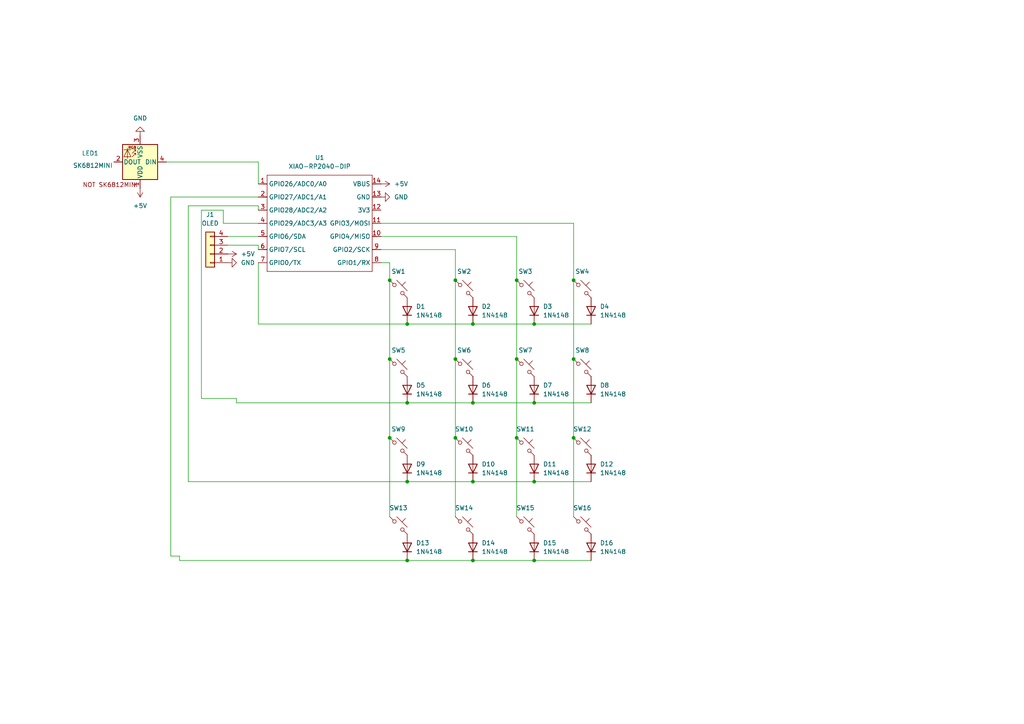
<source format=kicad_sch>
(kicad_sch
	(version 20250114)
	(generator "eeschema")
	(generator_version "9.0")
	(uuid "8d6d8eb1-b173-47ca-b88c-ef5c54b4ff44")
	(paper "A4")
	(lib_symbols
		(symbol "Connector_Generic:Conn_01x04"
			(pin_names
				(offset 1.016)
				(hide yes)
			)
			(exclude_from_sim no)
			(in_bom yes)
			(on_board yes)
			(property "Reference" "J"
				(at 0 5.08 0)
				(effects
					(font
						(size 1.27 1.27)
					)
				)
			)
			(property "Value" "Conn_01x04"
				(at 0 -7.62 0)
				(effects
					(font
						(size 1.27 1.27)
					)
				)
			)
			(property "Footprint" ""
				(at 0 0 0)
				(effects
					(font
						(size 1.27 1.27)
					)
					(hide yes)
				)
			)
			(property "Datasheet" "~"
				(at 0 0 0)
				(effects
					(font
						(size 1.27 1.27)
					)
					(hide yes)
				)
			)
			(property "Description" "Generic connector, single row, 01x04, script generated (kicad-library-utils/schlib/autogen/connector/)"
				(at 0 0 0)
				(effects
					(font
						(size 1.27 1.27)
					)
					(hide yes)
				)
			)
			(property "ki_keywords" "connector"
				(at 0 0 0)
				(effects
					(font
						(size 1.27 1.27)
					)
					(hide yes)
				)
			)
			(property "ki_fp_filters" "Connector*:*_1x??_*"
				(at 0 0 0)
				(effects
					(font
						(size 1.27 1.27)
					)
					(hide yes)
				)
			)
			(symbol "Conn_01x04_1_1"
				(rectangle
					(start -1.27 3.81)
					(end 1.27 -6.35)
					(stroke
						(width 0.254)
						(type default)
					)
					(fill
						(type background)
					)
				)
				(rectangle
					(start -1.27 2.667)
					(end 0 2.413)
					(stroke
						(width 0.1524)
						(type default)
					)
					(fill
						(type none)
					)
				)
				(rectangle
					(start -1.27 0.127)
					(end 0 -0.127)
					(stroke
						(width 0.1524)
						(type default)
					)
					(fill
						(type none)
					)
				)
				(rectangle
					(start -1.27 -2.413)
					(end 0 -2.667)
					(stroke
						(width 0.1524)
						(type default)
					)
					(fill
						(type none)
					)
				)
				(rectangle
					(start -1.27 -4.953)
					(end 0 -5.207)
					(stroke
						(width 0.1524)
						(type default)
					)
					(fill
						(type none)
					)
				)
				(pin passive line
					(at -5.08 2.54 0)
					(length 3.81)
					(name "Pin_1"
						(effects
							(font
								(size 1.27 1.27)
							)
						)
					)
					(number "1"
						(effects
							(font
								(size 1.27 1.27)
							)
						)
					)
				)
				(pin passive line
					(at -5.08 0 0)
					(length 3.81)
					(name "Pin_2"
						(effects
							(font
								(size 1.27 1.27)
							)
						)
					)
					(number "2"
						(effects
							(font
								(size 1.27 1.27)
							)
						)
					)
				)
				(pin passive line
					(at -5.08 -2.54 0)
					(length 3.81)
					(name "Pin_3"
						(effects
							(font
								(size 1.27 1.27)
							)
						)
					)
					(number "3"
						(effects
							(font
								(size 1.27 1.27)
							)
						)
					)
				)
				(pin passive line
					(at -5.08 -5.08 0)
					(length 3.81)
					(name "Pin_4"
						(effects
							(font
								(size 1.27 1.27)
							)
						)
					)
					(number "4"
						(effects
							(font
								(size 1.27 1.27)
							)
						)
					)
				)
			)
			(embedded_fonts no)
		)
		(symbol "Diode:1N4148WT"
			(pin_numbers
				(hide yes)
			)
			(pin_names
				(hide yes)
			)
			(exclude_from_sim no)
			(in_bom yes)
			(on_board yes)
			(property "Reference" "D"
				(at 0 2.54 0)
				(effects
					(font
						(size 1.27 1.27)
					)
				)
			)
			(property "Value" "1N4148WT"
				(at 0 -2.54 0)
				(effects
					(font
						(size 1.27 1.27)
					)
				)
			)
			(property "Footprint" "Diode_SMD:D_SOD-523"
				(at 0 -4.445 0)
				(effects
					(font
						(size 1.27 1.27)
					)
					(hide yes)
				)
			)
			(property "Datasheet" "https://www.diodes.com/assets/Datasheets/ds30396.pdf"
				(at 0 0 0)
				(effects
					(font
						(size 1.27 1.27)
					)
					(hide yes)
				)
			)
			(property "Description" "75V 0.15A Fast switching Diode, SOD-523"
				(at 0 0 0)
				(effects
					(font
						(size 1.27 1.27)
					)
					(hide yes)
				)
			)
			(property "Sim.Device" "D"
				(at 0 0 0)
				(effects
					(font
						(size 1.27 1.27)
					)
					(hide yes)
				)
			)
			(property "Sim.Pins" "1=K 2=A"
				(at 0 0 0)
				(effects
					(font
						(size 1.27 1.27)
					)
					(hide yes)
				)
			)
			(property "ki_keywords" "diode"
				(at 0 0 0)
				(effects
					(font
						(size 1.27 1.27)
					)
					(hide yes)
				)
			)
			(property "ki_fp_filters" "D*SOD?523*"
				(at 0 0 0)
				(effects
					(font
						(size 1.27 1.27)
					)
					(hide yes)
				)
			)
			(symbol "1N4148WT_0_1"
				(polyline
					(pts
						(xy -1.27 1.27) (xy -1.27 -1.27)
					)
					(stroke
						(width 0.254)
						(type default)
					)
					(fill
						(type none)
					)
				)
				(polyline
					(pts
						(xy 1.27 1.27) (xy 1.27 -1.27) (xy -1.27 0) (xy 1.27 1.27)
					)
					(stroke
						(width 0.254)
						(type default)
					)
					(fill
						(type none)
					)
				)
				(polyline
					(pts
						(xy 1.27 0) (xy -1.27 0)
					)
					(stroke
						(width 0)
						(type default)
					)
					(fill
						(type none)
					)
				)
			)
			(symbol "1N4148WT_1_1"
				(pin passive line
					(at -3.81 0 0)
					(length 2.54)
					(name "K"
						(effects
							(font
								(size 1.27 1.27)
							)
						)
					)
					(number "1"
						(effects
							(font
								(size 1.27 1.27)
							)
						)
					)
				)
				(pin passive line
					(at 3.81 0 180)
					(length 2.54)
					(name "A"
						(effects
							(font
								(size 1.27 1.27)
							)
						)
					)
					(number "2"
						(effects
							(font
								(size 1.27 1.27)
							)
						)
					)
				)
			)
			(embedded_fonts no)
		)
		(symbol "OPL Library:XIAO-RP2040-DIP"
			(exclude_from_sim no)
			(in_bom yes)
			(on_board yes)
			(property "Reference" "U"
				(at 0 0 0)
				(effects
					(font
						(size 1.27 1.27)
					)
				)
			)
			(property "Value" "XIAO-RP2040-DIP"
				(at 5.334 -1.778 0)
				(effects
					(font
						(size 1.27 1.27)
					)
				)
			)
			(property "Footprint" "Module:MOUDLE14P-XIAO-DIP-SMD"
				(at 14.478 -32.258 0)
				(effects
					(font
						(size 1.27 1.27)
					)
					(hide yes)
				)
			)
			(property "Datasheet" ""
				(at 0 0 0)
				(effects
					(font
						(size 1.27 1.27)
					)
					(hide yes)
				)
			)
			(property "Description" ""
				(at 0 0 0)
				(effects
					(font
						(size 1.27 1.27)
					)
					(hide yes)
				)
			)
			(symbol "XIAO-RP2040-DIP_1_0"
				(polyline
					(pts
						(xy -1.27 -2.54) (xy 29.21 -2.54)
					)
					(stroke
						(width 0.1524)
						(type solid)
					)
					(fill
						(type none)
					)
				)
				(polyline
					(pts
						(xy -1.27 -5.08) (xy -2.54 -5.08)
					)
					(stroke
						(width 0.1524)
						(type solid)
					)
					(fill
						(type none)
					)
				)
				(polyline
					(pts
						(xy -1.27 -5.08) (xy -1.27 -2.54)
					)
					(stroke
						(width 0.1524)
						(type solid)
					)
					(fill
						(type none)
					)
				)
				(polyline
					(pts
						(xy -1.27 -8.89) (xy -2.54 -8.89)
					)
					(stroke
						(width 0.1524)
						(type solid)
					)
					(fill
						(type none)
					)
				)
				(polyline
					(pts
						(xy -1.27 -8.89) (xy -1.27 -5.08)
					)
					(stroke
						(width 0.1524)
						(type solid)
					)
					(fill
						(type none)
					)
				)
				(polyline
					(pts
						(xy -1.27 -12.7) (xy -2.54 -12.7)
					)
					(stroke
						(width 0.1524)
						(type solid)
					)
					(fill
						(type none)
					)
				)
				(polyline
					(pts
						(xy -1.27 -12.7) (xy -1.27 -8.89)
					)
					(stroke
						(width 0.1524)
						(type solid)
					)
					(fill
						(type none)
					)
				)
				(polyline
					(pts
						(xy -1.27 -16.51) (xy -2.54 -16.51)
					)
					(stroke
						(width 0.1524)
						(type solid)
					)
					(fill
						(type none)
					)
				)
				(polyline
					(pts
						(xy -1.27 -16.51) (xy -1.27 -12.7)
					)
					(stroke
						(width 0.1524)
						(type solid)
					)
					(fill
						(type none)
					)
				)
				(polyline
					(pts
						(xy -1.27 -20.32) (xy -2.54 -20.32)
					)
					(stroke
						(width 0.1524)
						(type solid)
					)
					(fill
						(type none)
					)
				)
				(polyline
					(pts
						(xy -1.27 -24.13) (xy -2.54 -24.13)
					)
					(stroke
						(width 0.1524)
						(type solid)
					)
					(fill
						(type none)
					)
				)
				(polyline
					(pts
						(xy -1.27 -27.94) (xy -2.54 -27.94)
					)
					(stroke
						(width 0.1524)
						(type solid)
					)
					(fill
						(type none)
					)
				)
				(polyline
					(pts
						(xy -1.27 -30.48) (xy -1.27 -16.51)
					)
					(stroke
						(width 0.1524)
						(type solid)
					)
					(fill
						(type none)
					)
				)
				(polyline
					(pts
						(xy 29.21 -2.54) (xy 29.21 -5.08)
					)
					(stroke
						(width 0.1524)
						(type solid)
					)
					(fill
						(type none)
					)
				)
				(polyline
					(pts
						(xy 29.21 -5.08) (xy 29.21 -8.89)
					)
					(stroke
						(width 0.1524)
						(type solid)
					)
					(fill
						(type none)
					)
				)
				(polyline
					(pts
						(xy 29.21 -8.89) (xy 29.21 -12.7)
					)
					(stroke
						(width 0.1524)
						(type solid)
					)
					(fill
						(type none)
					)
				)
				(polyline
					(pts
						(xy 29.21 -12.7) (xy 29.21 -30.48)
					)
					(stroke
						(width 0.1524)
						(type solid)
					)
					(fill
						(type none)
					)
				)
				(polyline
					(pts
						(xy 29.21 -30.48) (xy -1.27 -30.48)
					)
					(stroke
						(width 0.1524)
						(type solid)
					)
					(fill
						(type none)
					)
				)
				(polyline
					(pts
						(xy 30.48 -5.08) (xy 29.21 -5.08)
					)
					(stroke
						(width 0.1524)
						(type solid)
					)
					(fill
						(type none)
					)
				)
				(polyline
					(pts
						(xy 30.48 -8.89) (xy 29.21 -8.89)
					)
					(stroke
						(width 0.1524)
						(type solid)
					)
					(fill
						(type none)
					)
				)
				(polyline
					(pts
						(xy 30.48 -12.7) (xy 29.21 -12.7)
					)
					(stroke
						(width 0.1524)
						(type solid)
					)
					(fill
						(type none)
					)
				)
				(polyline
					(pts
						(xy 30.48 -16.51) (xy 29.21 -16.51)
					)
					(stroke
						(width 0.1524)
						(type solid)
					)
					(fill
						(type none)
					)
				)
				(polyline
					(pts
						(xy 30.48 -20.32) (xy 29.21 -20.32)
					)
					(stroke
						(width 0.1524)
						(type solid)
					)
					(fill
						(type none)
					)
				)
				(polyline
					(pts
						(xy 30.48 -24.13) (xy 29.21 -24.13)
					)
					(stroke
						(width 0.1524)
						(type solid)
					)
					(fill
						(type none)
					)
				)
				(polyline
					(pts
						(xy 30.48 -27.94) (xy 29.21 -27.94)
					)
					(stroke
						(width 0.1524)
						(type solid)
					)
					(fill
						(type none)
					)
				)
				(pin passive line
					(at -3.81 -5.08 0)
					(length 2.54)
					(name "GPIO26/ADC0/A0"
						(effects
							(font
								(size 1.27 1.27)
							)
						)
					)
					(number "1"
						(effects
							(font
								(size 1.27 1.27)
							)
						)
					)
				)
				(pin passive line
					(at -3.81 -8.89 0)
					(length 2.54)
					(name "GPIO27/ADC1/A1"
						(effects
							(font
								(size 1.27 1.27)
							)
						)
					)
					(number "2"
						(effects
							(font
								(size 1.27 1.27)
							)
						)
					)
				)
				(pin passive line
					(at -3.81 -12.7 0)
					(length 2.54)
					(name "GPIO28/ADC2/A2"
						(effects
							(font
								(size 1.27 1.27)
							)
						)
					)
					(number "3"
						(effects
							(font
								(size 1.27 1.27)
							)
						)
					)
				)
				(pin passive line
					(at -3.81 -16.51 0)
					(length 2.54)
					(name "GPIO29/ADC3/A3"
						(effects
							(font
								(size 1.27 1.27)
							)
						)
					)
					(number "4"
						(effects
							(font
								(size 1.27 1.27)
							)
						)
					)
				)
				(pin passive line
					(at -3.81 -20.32 0)
					(length 2.54)
					(name "GPIO6/SDA"
						(effects
							(font
								(size 1.27 1.27)
							)
						)
					)
					(number "5"
						(effects
							(font
								(size 1.27 1.27)
							)
						)
					)
				)
				(pin passive line
					(at -3.81 -24.13 0)
					(length 2.54)
					(name "GPIO7/SCL"
						(effects
							(font
								(size 1.27 1.27)
							)
						)
					)
					(number "6"
						(effects
							(font
								(size 1.27 1.27)
							)
						)
					)
				)
				(pin passive line
					(at -3.81 -27.94 0)
					(length 2.54)
					(name "GPIO0/TX"
						(effects
							(font
								(size 1.27 1.27)
							)
						)
					)
					(number "7"
						(effects
							(font
								(size 1.27 1.27)
							)
						)
					)
				)
				(pin passive line
					(at 31.75 -5.08 180)
					(length 2.54)
					(name "VBUS"
						(effects
							(font
								(size 1.27 1.27)
							)
						)
					)
					(number "14"
						(effects
							(font
								(size 1.27 1.27)
							)
						)
					)
				)
				(pin passive line
					(at 31.75 -8.89 180)
					(length 2.54)
					(name "GND"
						(effects
							(font
								(size 1.27 1.27)
							)
						)
					)
					(number "13"
						(effects
							(font
								(size 1.27 1.27)
							)
						)
					)
				)
				(pin passive line
					(at 31.75 -12.7 180)
					(length 2.54)
					(name "3V3"
						(effects
							(font
								(size 1.27 1.27)
							)
						)
					)
					(number "12"
						(effects
							(font
								(size 1.27 1.27)
							)
						)
					)
				)
				(pin passive line
					(at 31.75 -16.51 180)
					(length 2.54)
					(name "GPIO3/MOSI"
						(effects
							(font
								(size 1.27 1.27)
							)
						)
					)
					(number "11"
						(effects
							(font
								(size 1.27 1.27)
							)
						)
					)
				)
				(pin passive line
					(at 31.75 -20.32 180)
					(length 2.54)
					(name "GPIO4/MISO"
						(effects
							(font
								(size 1.27 1.27)
							)
						)
					)
					(number "10"
						(effects
							(font
								(size 1.27 1.27)
							)
						)
					)
				)
				(pin passive line
					(at 31.75 -24.13 180)
					(length 2.54)
					(name "GPIO2/SCK"
						(effects
							(font
								(size 1.27 1.27)
							)
						)
					)
					(number "9"
						(effects
							(font
								(size 1.27 1.27)
							)
						)
					)
				)
				(pin passive line
					(at 31.75 -27.94 180)
					(length 2.54)
					(name "GPIO1/RX"
						(effects
							(font
								(size 1.27 1.27)
							)
						)
					)
					(number "8"
						(effects
							(font
								(size 1.27 1.27)
							)
						)
					)
				)
			)
			(embedded_fonts no)
		)
		(symbol "Switch:SW_Push_45deg"
			(pin_numbers
				(hide yes)
			)
			(pin_names
				(offset 1.016)
				(hide yes)
			)
			(exclude_from_sim no)
			(in_bom yes)
			(on_board yes)
			(property "Reference" "SW"
				(at 3.048 1.016 0)
				(effects
					(font
						(size 1.27 1.27)
					)
					(justify left)
				)
			)
			(property "Value" "SW_Push_45deg"
				(at 0 -3.81 0)
				(effects
					(font
						(size 1.27 1.27)
					)
				)
			)
			(property "Footprint" ""
				(at 0 0 0)
				(effects
					(font
						(size 1.27 1.27)
					)
					(hide yes)
				)
			)
			(property "Datasheet" "~"
				(at 0 0 0)
				(effects
					(font
						(size 1.27 1.27)
					)
					(hide yes)
				)
			)
			(property "Description" "Push button switch, normally open, two pins, 45° tilted"
				(at 0 0 0)
				(effects
					(font
						(size 1.27 1.27)
					)
					(hide yes)
				)
			)
			(property "ki_keywords" "switch normally-open pushbutton push-button"
				(at 0 0 0)
				(effects
					(font
						(size 1.27 1.27)
					)
					(hide yes)
				)
			)
			(symbol "SW_Push_45deg_0_1"
				(polyline
					(pts
						(xy -2.54 2.54) (xy -1.524 1.524) (xy -1.524 1.524)
					)
					(stroke
						(width 0)
						(type default)
					)
					(fill
						(type none)
					)
				)
				(circle
					(center -1.1684 1.1684)
					(radius 0.508)
					(stroke
						(width 0)
						(type default)
					)
					(fill
						(type none)
					)
				)
				(polyline
					(pts
						(xy -0.508 2.54) (xy 2.54 -0.508)
					)
					(stroke
						(width 0)
						(type default)
					)
					(fill
						(type none)
					)
				)
				(polyline
					(pts
						(xy 1.016 1.016) (xy 2.032 2.032)
					)
					(stroke
						(width 0)
						(type default)
					)
					(fill
						(type none)
					)
				)
				(circle
					(center 1.143 -1.1938)
					(radius 0.508)
					(stroke
						(width 0)
						(type default)
					)
					(fill
						(type none)
					)
				)
				(polyline
					(pts
						(xy 1.524 -1.524) (xy 2.54 -2.54) (xy 2.54 -2.54) (xy 2.54 -2.54)
					)
					(stroke
						(width 0)
						(type default)
					)
					(fill
						(type none)
					)
				)
				(pin passive line
					(at -2.54 2.54 0)
					(length 0)
					(name "1"
						(effects
							(font
								(size 1.27 1.27)
							)
						)
					)
					(number "1"
						(effects
							(font
								(size 1.27 1.27)
							)
						)
					)
				)
				(pin passive line
					(at 2.54 -2.54 180)
					(length 0)
					(name "2"
						(effects
							(font
								(size 1.27 1.27)
							)
						)
					)
					(number "2"
						(effects
							(font
								(size 1.27 1.27)
							)
						)
					)
				)
			)
			(embedded_fonts no)
		)
		(symbol "led_specific:SK6812MINI-E"
			(pin_names
				(offset 0.254)
			)
			(exclude_from_sim no)
			(in_bom yes)
			(on_board yes)
			(property "Reference" "D"
				(at -3.556 5.842 0)
				(effects
					(font
						(size 1.27 1.27)
					)
					(justify right bottom)
				)
			)
			(property "Value" "SK6812MINI-E"
				(at 1.27 -5.715 0)
				(effects
					(font
						(size 1.27 1.27)
						(thickness 0.254)
						(bold yes)
					)
					(justify left top)
				)
			)
			(property "Footprint" "SK6812MINI-E - 3.2x2.8x1.78mm"
				(at 1.27 -7.62 0)
				(effects
					(font
						(size 1.27 1.27)
					)
					(justify left top)
					(hide yes)
				)
			)
			(property "Datasheet" "https://cdn-shop.adafruit.com/product-files/4960/4960_SK6812MINI-E_REV02_EN.pdf"
				(at 2.54 -9.525 0)
				(effects
					(font
						(size 1.27 1.27)
					)
					(justify left top)
					(hide yes)
				)
			)
			(property "Description" "RGB LED with integrated controller"
				(at 0 0 0)
				(effects
					(font
						(size 1.27 1.27)
					)
					(hide yes)
				)
			)
			(property "ki_keywords" "RGB LED NeoPixel Mini addressable"
				(at 0 0 0)
				(effects
					(font
						(size 1.27 1.27)
					)
					(hide yes)
				)
			)
			(property "ki_fp_filters" "LED*SK6812MINI*PLCC*3.5x3.5mm*P1.75mm*"
				(at 0 0 0)
				(effects
					(font
						(size 1.27 1.27)
					)
					(hide yes)
				)
			)
			(symbol "SK6812MINI-E_0_0"
				(text "RGB"
					(at 2.286 -4.191 0)
					(effects
						(font
							(size 0.762 0.762)
						)
					)
				)
			)
			(symbol "SK6812MINI-E_0_1"
				(rectangle
					(start -5.08 5.08)
					(end 5.08 -5.08)
					(stroke
						(width 0.254)
						(type default)
					)
					(fill
						(type background)
					)
				)
				(polyline
					(pts
						(xy 1.27 -2.54) (xy 1.778 -2.54)
					)
					(stroke
						(width 0)
						(type default)
					)
					(fill
						(type none)
					)
				)
				(polyline
					(pts
						(xy 1.27 -3.556) (xy 1.778 -3.556)
					)
					(stroke
						(width 0)
						(type default)
					)
					(fill
						(type none)
					)
				)
				(polyline
					(pts
						(xy 2.286 -1.524) (xy 1.27 -2.54) (xy 1.27 -2.032)
					)
					(stroke
						(width 0)
						(type default)
					)
					(fill
						(type none)
					)
				)
				(polyline
					(pts
						(xy 2.286 -2.54) (xy 1.27 -3.556) (xy 1.27 -3.048)
					)
					(stroke
						(width 0)
						(type default)
					)
					(fill
						(type none)
					)
				)
				(polyline
					(pts
						(xy 3.683 -1.016) (xy 3.683 -3.556) (xy 3.683 -4.064)
					)
					(stroke
						(width 0)
						(type default)
					)
					(fill
						(type none)
					)
				)
				(polyline
					(pts
						(xy 4.699 -1.524) (xy 2.667 -1.524) (xy 3.683 -3.556) (xy 4.699 -1.524)
					)
					(stroke
						(width 0)
						(type default)
					)
					(fill
						(type none)
					)
				)
				(polyline
					(pts
						(xy 4.699 -3.556) (xy 2.667 -3.556)
					)
					(stroke
						(width 0)
						(type default)
					)
					(fill
						(type none)
					)
				)
			)
			(symbol "SK6812MINI-E_1_1"
				(text "NOT SK6812MINI"
					(at 8.636 6.604 0)
					(effects
						(font
							(size 1.27 1.27)
						)
					)
				)
				(pin input line
					(at -7.62 0 0)
					(length 2.54)
					(name "DIN"
						(effects
							(font
								(size 1.27 1.27)
							)
						)
					)
					(number "4"
						(effects
							(font
								(size 1.27 1.27)
							)
						)
					)
				)
				(pin power_in line
					(at 0 7.62 270)
					(length 2.54)
					(name "VDD"
						(effects
							(font
								(size 1.27 1.27)
							)
						)
					)
					(number "1"
						(effects
							(font
								(size 1.27 1.27)
							)
						)
					)
				)
				(pin power_in line
					(at 0 -7.62 90)
					(length 2.54)
					(name "VSS"
						(effects
							(font
								(size 1.27 1.27)
							)
						)
					)
					(number "3"
						(effects
							(font
								(size 1.27 1.27)
							)
						)
					)
				)
				(pin output line
					(at 7.62 0 180)
					(length 2.54)
					(name "DOUT"
						(effects
							(font
								(size 1.27 1.27)
							)
						)
					)
					(number "2"
						(effects
							(font
								(size 1.27 1.27)
							)
						)
					)
				)
			)
			(embedded_fonts no)
		)
		(symbol "power:+5V"
			(power)
			(pin_numbers
				(hide yes)
			)
			(pin_names
				(offset 0)
				(hide yes)
			)
			(exclude_from_sim no)
			(in_bom yes)
			(on_board yes)
			(property "Reference" "#PWR"
				(at 0 -3.81 0)
				(effects
					(font
						(size 1.27 1.27)
					)
					(hide yes)
				)
			)
			(property "Value" "+5V"
				(at 0 3.556 0)
				(effects
					(font
						(size 1.27 1.27)
					)
				)
			)
			(property "Footprint" ""
				(at 0 0 0)
				(effects
					(font
						(size 1.27 1.27)
					)
					(hide yes)
				)
			)
			(property "Datasheet" ""
				(at 0 0 0)
				(effects
					(font
						(size 1.27 1.27)
					)
					(hide yes)
				)
			)
			(property "Description" "Power symbol creates a global label with name \"+5V\""
				(at 0 0 0)
				(effects
					(font
						(size 1.27 1.27)
					)
					(hide yes)
				)
			)
			(property "ki_keywords" "global power"
				(at 0 0 0)
				(effects
					(font
						(size 1.27 1.27)
					)
					(hide yes)
				)
			)
			(symbol "+5V_0_1"
				(polyline
					(pts
						(xy -0.762 1.27) (xy 0 2.54)
					)
					(stroke
						(width 0)
						(type default)
					)
					(fill
						(type none)
					)
				)
				(polyline
					(pts
						(xy 0 2.54) (xy 0.762 1.27)
					)
					(stroke
						(width 0)
						(type default)
					)
					(fill
						(type none)
					)
				)
				(polyline
					(pts
						(xy 0 0) (xy 0 2.54)
					)
					(stroke
						(width 0)
						(type default)
					)
					(fill
						(type none)
					)
				)
			)
			(symbol "+5V_1_1"
				(pin power_in line
					(at 0 0 90)
					(length 0)
					(name "~"
						(effects
							(font
								(size 1.27 1.27)
							)
						)
					)
					(number "1"
						(effects
							(font
								(size 1.27 1.27)
							)
						)
					)
				)
			)
			(embedded_fonts no)
		)
		(symbol "power:GND"
			(power)
			(pin_numbers
				(hide yes)
			)
			(pin_names
				(offset 0)
				(hide yes)
			)
			(exclude_from_sim no)
			(in_bom yes)
			(on_board yes)
			(property "Reference" "#PWR"
				(at 0 -6.35 0)
				(effects
					(font
						(size 1.27 1.27)
					)
					(hide yes)
				)
			)
			(property "Value" "GND"
				(at 0 -3.81 0)
				(effects
					(font
						(size 1.27 1.27)
					)
				)
			)
			(property "Footprint" ""
				(at 0 0 0)
				(effects
					(font
						(size 1.27 1.27)
					)
					(hide yes)
				)
			)
			(property "Datasheet" ""
				(at 0 0 0)
				(effects
					(font
						(size 1.27 1.27)
					)
					(hide yes)
				)
			)
			(property "Description" "Power symbol creates a global label with name \"GND\" , ground"
				(at 0 0 0)
				(effects
					(font
						(size 1.27 1.27)
					)
					(hide yes)
				)
			)
			(property "ki_keywords" "global power"
				(at 0 0 0)
				(effects
					(font
						(size 1.27 1.27)
					)
					(hide yes)
				)
			)
			(symbol "GND_0_1"
				(polyline
					(pts
						(xy 0 0) (xy 0 -1.27) (xy 1.27 -1.27) (xy 0 -2.54) (xy -1.27 -1.27) (xy 0 -1.27)
					)
					(stroke
						(width 0)
						(type default)
					)
					(fill
						(type none)
					)
				)
			)
			(symbol "GND_1_1"
				(pin power_in line
					(at 0 0 270)
					(length 0)
					(name "~"
						(effects
							(font
								(size 1.27 1.27)
							)
						)
					)
					(number "1"
						(effects
							(font
								(size 1.27 1.27)
							)
						)
					)
				)
			)
			(embedded_fonts no)
		)
	)
	(junction
		(at 132.08 81.28)
		(diameter 0)
		(color 0 0 0 0)
		(uuid "08d77eb4-8ea4-46c2-8cb3-c9b1a736bbde")
	)
	(junction
		(at 113.03 104.14)
		(diameter 0)
		(color 0 0 0 0)
		(uuid "147d894e-3e02-48fb-8221-c4c92bc907ee")
	)
	(junction
		(at 154.94 93.98)
		(diameter 0)
		(color 0 0 0 0)
		(uuid "18c08a32-6b6d-4391-8c8c-28944ad26958")
	)
	(junction
		(at 154.94 162.56)
		(diameter 0)
		(color 0 0 0 0)
		(uuid "2310f632-0416-4dae-999b-804c33428517")
	)
	(junction
		(at 118.11 116.84)
		(diameter 0)
		(color 0 0 0 0)
		(uuid "5741d0e8-0a4b-4435-8194-2847e16c1c87")
	)
	(junction
		(at 113.03 127)
		(diameter 0)
		(color 0 0 0 0)
		(uuid "58ec62a2-ec3a-4076-82d2-a82bd740298d")
	)
	(junction
		(at 137.16 139.7)
		(diameter 0)
		(color 0 0 0 0)
		(uuid "597cca16-5a48-49c1-987d-b1d75fe7aa3b")
	)
	(junction
		(at 137.16 116.84)
		(diameter 0)
		(color 0 0 0 0)
		(uuid "61d68f05-de5b-492d-acb3-a4933316a480")
	)
	(junction
		(at 149.86 104.14)
		(diameter 0)
		(color 0 0 0 0)
		(uuid "6c545342-e418-4ae3-8ea1-f77ed33dc08c")
	)
	(junction
		(at 137.16 162.56)
		(diameter 0)
		(color 0 0 0 0)
		(uuid "6d12d0c7-30d6-4753-b14b-675513d149b4")
	)
	(junction
		(at 166.37 81.28)
		(diameter 0)
		(color 0 0 0 0)
		(uuid "6d70d57f-f2e5-433d-9e50-017b4813de88")
	)
	(junction
		(at 132.08 104.14)
		(diameter 0)
		(color 0 0 0 0)
		(uuid "7189a611-2615-4e26-9952-ce51902917b2")
	)
	(junction
		(at 149.86 81.28)
		(diameter 0)
		(color 0 0 0 0)
		(uuid "7a8d0edc-0923-4361-8a08-2e9bcce95a99")
	)
	(junction
		(at 154.94 139.7)
		(diameter 0)
		(color 0 0 0 0)
		(uuid "865deab0-be53-4732-90a4-9e1de5e98432")
	)
	(junction
		(at 137.16 93.98)
		(diameter 0)
		(color 0 0 0 0)
		(uuid "8b87dd13-9717-4c3e-98bb-743550771e72")
	)
	(junction
		(at 166.37 104.14)
		(diameter 0)
		(color 0 0 0 0)
		(uuid "92980008-cd25-4931-bfd5-df75546cf7ae")
	)
	(junction
		(at 113.03 81.28)
		(diameter 0)
		(color 0 0 0 0)
		(uuid "aca2d081-9df7-4a18-851d-07699e090861")
	)
	(junction
		(at 118.11 162.56)
		(diameter 0)
		(color 0 0 0 0)
		(uuid "bdb66d32-6a31-404e-a112-9295e5730659")
	)
	(junction
		(at 149.86 127)
		(diameter 0)
		(color 0 0 0 0)
		(uuid "cfe25d26-46b3-4b74-a37d-58af0ccab421")
	)
	(junction
		(at 166.37 127)
		(diameter 0)
		(color 0 0 0 0)
		(uuid "e0090e5d-675b-4b37-8de2-72299b763713")
	)
	(junction
		(at 132.08 127)
		(diameter 0)
		(color 0 0 0 0)
		(uuid "ea4319f0-670b-4e23-944e-4fd4c06b3489")
	)
	(junction
		(at 118.11 139.7)
		(diameter 0)
		(color 0 0 0 0)
		(uuid "edb9db9e-30af-4007-ae3c-7ac72af43375")
	)
	(junction
		(at 154.94 116.84)
		(diameter 0)
		(color 0 0 0 0)
		(uuid "f6ea3006-28e5-4cc2-bfeb-1271a7627edb")
	)
	(junction
		(at 118.11 93.98)
		(diameter 0)
		(color 0 0 0 0)
		(uuid "ffe57b43-0a15-4849-9663-c5286aeaa681")
	)
	(wire
		(pts
			(xy 154.94 139.7) (xy 171.45 139.7)
		)
		(stroke
			(width 0)
			(type default)
		)
		(uuid "0bfaeaa0-769d-4528-91d8-de63bd741bc1")
	)
	(wire
		(pts
			(xy 64.77 64.77) (xy 74.93 64.77)
		)
		(stroke
			(width 0)
			(type default)
		)
		(uuid "13a0bf56-01ae-4e45-99f0-6e16eb4b1e3b")
	)
	(wire
		(pts
			(xy 110.49 64.77) (xy 166.37 64.77)
		)
		(stroke
			(width 0)
			(type default)
		)
		(uuid "1882f593-4bfe-4f18-baad-6e6f99985192")
	)
	(wire
		(pts
			(xy 166.37 127) (xy 166.37 149.86)
		)
		(stroke
			(width 0)
			(type default)
		)
		(uuid "230acdbf-d8e0-4f7d-93fe-2d886d99b128")
	)
	(wire
		(pts
			(xy 132.08 81.28) (xy 132.08 104.14)
		)
		(stroke
			(width 0)
			(type default)
		)
		(uuid "29a3f645-31e6-4b28-a35d-ab2e6a7bdc53")
	)
	(wire
		(pts
			(xy 137.16 139.7) (xy 154.94 139.7)
		)
		(stroke
			(width 0)
			(type default)
		)
		(uuid "2a5c4642-54a1-4a4c-9680-ade68d4c1b6f")
	)
	(wire
		(pts
			(xy 54.61 59.69) (xy 54.61 139.7)
		)
		(stroke
			(width 0)
			(type default)
		)
		(uuid "2cf4458a-8f79-4d33-a696-03cab6f5d6e9")
	)
	(wire
		(pts
			(xy 118.11 162.56) (xy 137.16 162.56)
		)
		(stroke
			(width 0)
			(type default)
		)
		(uuid "315d6e9a-48d9-4ca8-9a13-b2dbe05c8fb0")
	)
	(wire
		(pts
			(xy 110.49 76.2) (xy 113.03 76.2)
		)
		(stroke
			(width 0)
			(type default)
		)
		(uuid "38835238-ceb1-46d5-9204-29f28540584a")
	)
	(wire
		(pts
			(xy 58.42 60.96) (xy 64.77 60.96)
		)
		(stroke
			(width 0)
			(type default)
		)
		(uuid "3c9825bc-1ef3-41b2-b2c8-c44019575d9a")
	)
	(wire
		(pts
			(xy 49.53 57.15) (xy 49.53 161.29)
		)
		(stroke
			(width 0)
			(type default)
		)
		(uuid "464c7e68-8cb1-4c9b-8af8-a34781324a34")
	)
	(wire
		(pts
			(xy 58.42 60.96) (xy 58.42 115.57)
		)
		(stroke
			(width 0)
			(type default)
		)
		(uuid "4d050d89-2907-4fec-bef7-b27ff258a956")
	)
	(wire
		(pts
			(xy 154.94 93.98) (xy 171.45 93.98)
		)
		(stroke
			(width 0)
			(type default)
		)
		(uuid "4eb43b28-3ed8-4f4d-96ec-7df602a9defd")
	)
	(wire
		(pts
			(xy 149.86 104.14) (xy 149.86 127)
		)
		(stroke
			(width 0)
			(type default)
		)
		(uuid "51c08b3f-2c31-452f-aa08-92aaeae34dab")
	)
	(wire
		(pts
			(xy 74.93 76.2) (xy 74.93 93.98)
		)
		(stroke
			(width 0)
			(type default)
		)
		(uuid "55633481-b806-4651-9ff3-9540fbd84708")
	)
	(wire
		(pts
			(xy 166.37 104.14) (xy 166.37 127)
		)
		(stroke
			(width 0)
			(type default)
		)
		(uuid "572713c1-5f0f-45d1-b222-1aadd77a88f7")
	)
	(wire
		(pts
			(xy 49.53 161.29) (xy 52.07 161.29)
		)
		(stroke
			(width 0)
			(type default)
		)
		(uuid "5accf0a8-32a3-4f6a-aa54-da6061fae2e5")
	)
	(wire
		(pts
			(xy 137.16 116.84) (xy 154.94 116.84)
		)
		(stroke
			(width 0)
			(type default)
		)
		(uuid "5ba087d2-188e-4057-b935-b44844dc472e")
	)
	(wire
		(pts
			(xy 110.49 72.39) (xy 132.08 72.39)
		)
		(stroke
			(width 0)
			(type default)
		)
		(uuid "5df43168-1923-4c02-a671-095d2edf1dac")
	)
	(wire
		(pts
			(xy 48.26 46.99) (xy 74.93 46.99)
		)
		(stroke
			(width 0)
			(type default)
		)
		(uuid "5f3094c3-aecb-47ab-b7c1-b06d5e7d1bb0")
	)
	(wire
		(pts
			(xy 68.58 115.57) (xy 68.58 116.84)
		)
		(stroke
			(width 0)
			(type default)
		)
		(uuid "66736fa2-9820-4b8e-9b95-93c03662188e")
	)
	(wire
		(pts
			(xy 132.08 72.39) (xy 132.08 81.28)
		)
		(stroke
			(width 0)
			(type default)
		)
		(uuid "775d32eb-3e85-4ab8-8002-28c145641758")
	)
	(wire
		(pts
			(xy 54.61 59.69) (xy 74.93 59.69)
		)
		(stroke
			(width 0)
			(type default)
		)
		(uuid "80263c3a-da19-4af2-a76b-2adafdae664c")
	)
	(wire
		(pts
			(xy 113.03 76.2) (xy 113.03 81.28)
		)
		(stroke
			(width 0)
			(type default)
		)
		(uuid "8089b630-9b1f-4260-a207-7d4bdd83c93f")
	)
	(wire
		(pts
			(xy 137.16 93.98) (xy 154.94 93.98)
		)
		(stroke
			(width 0)
			(type default)
		)
		(uuid "87039676-15e0-4731-878b-4863a00d34ba")
	)
	(wire
		(pts
			(xy 49.53 57.15) (xy 74.93 57.15)
		)
		(stroke
			(width 0)
			(type default)
		)
		(uuid "898b8d04-93d7-4114-88d6-f1460e98a87c")
	)
	(wire
		(pts
			(xy 113.03 127) (xy 113.03 149.86)
		)
		(stroke
			(width 0)
			(type default)
		)
		(uuid "8bd028a0-fd0f-4dca-8553-9cd90ab6cef8")
	)
	(wire
		(pts
			(xy 118.11 116.84) (xy 137.16 116.84)
		)
		(stroke
			(width 0)
			(type default)
		)
		(uuid "8e1e6160-675d-4cf7-8b8d-f866e26ca093")
	)
	(wire
		(pts
			(xy 66.04 71.12) (xy 74.93 71.12)
		)
		(stroke
			(width 0)
			(type default)
		)
		(uuid "909e6fbf-abc6-4337-88a2-bfb2e462638e")
	)
	(wire
		(pts
			(xy 166.37 81.28) (xy 166.37 104.14)
		)
		(stroke
			(width 0)
			(type default)
		)
		(uuid "9693e821-277f-4e12-b618-dbd05d83163a")
	)
	(wire
		(pts
			(xy 166.37 64.77) (xy 166.37 81.28)
		)
		(stroke
			(width 0)
			(type default)
		)
		(uuid "a27e880f-7b9a-4d4b-aba2-3209f7348760")
	)
	(wire
		(pts
			(xy 74.93 93.98) (xy 118.11 93.98)
		)
		(stroke
			(width 0)
			(type default)
		)
		(uuid "a401559f-0b36-4e29-b80d-8b85a2592345")
	)
	(wire
		(pts
			(xy 113.03 104.14) (xy 113.03 127)
		)
		(stroke
			(width 0)
			(type default)
		)
		(uuid "a6f7605e-d395-45f1-b65c-a27796d035b5")
	)
	(wire
		(pts
			(xy 66.04 68.58) (xy 74.93 68.58)
		)
		(stroke
			(width 0)
			(type default)
		)
		(uuid "a934ac33-e612-47e8-a722-91a0856d2a67")
	)
	(wire
		(pts
			(xy 118.11 93.98) (xy 137.16 93.98)
		)
		(stroke
			(width 0)
			(type default)
		)
		(uuid "aa314058-9c5e-4343-a5b3-2ac6a16085f9")
	)
	(wire
		(pts
			(xy 64.77 60.96) (xy 64.77 64.77)
		)
		(stroke
			(width 0)
			(type default)
		)
		(uuid "aa5e2f04-d53b-4fbb-88ee-907c38998161")
	)
	(wire
		(pts
			(xy 132.08 104.14) (xy 132.08 127)
		)
		(stroke
			(width 0)
			(type default)
		)
		(uuid "bbef06ba-8a1d-45ae-a0eb-8696699d09de")
	)
	(wire
		(pts
			(xy 74.93 59.69) (xy 74.93 60.96)
		)
		(stroke
			(width 0)
			(type default)
		)
		(uuid "c0e90098-6a95-4668-8174-4b7d7bc5c083")
	)
	(wire
		(pts
			(xy 54.61 139.7) (xy 118.11 139.7)
		)
		(stroke
			(width 0)
			(type default)
		)
		(uuid "c370c52d-c376-43b9-ad48-a15136cea8e1")
	)
	(wire
		(pts
			(xy 149.86 81.28) (xy 149.86 104.14)
		)
		(stroke
			(width 0)
			(type default)
		)
		(uuid "cb0f09e6-b64a-4ef3-886c-95a64082e827")
	)
	(wire
		(pts
			(xy 132.08 127) (xy 132.08 149.86)
		)
		(stroke
			(width 0)
			(type default)
		)
		(uuid "cf3e34c8-686d-46f4-9566-88ad09f4abf2")
	)
	(wire
		(pts
			(xy 113.03 81.28) (xy 113.03 104.14)
		)
		(stroke
			(width 0)
			(type default)
		)
		(uuid "d6c6f622-62aa-47a6-9efd-a3ed71549550")
	)
	(wire
		(pts
			(xy 118.11 139.7) (xy 137.16 139.7)
		)
		(stroke
			(width 0)
			(type default)
		)
		(uuid "d7a5e911-57f1-4447-9d05-5d5b3311e86c")
	)
	(wire
		(pts
			(xy 110.49 68.58) (xy 149.86 68.58)
		)
		(stroke
			(width 0)
			(type default)
		)
		(uuid "d9720061-811e-4831-9c61-43e7fbfbf45d")
	)
	(wire
		(pts
			(xy 68.58 116.84) (xy 118.11 116.84)
		)
		(stroke
			(width 0)
			(type default)
		)
		(uuid "e268cf43-6d18-4cc6-9299-e584c4aeda11")
	)
	(wire
		(pts
			(xy 149.86 127) (xy 149.86 149.86)
		)
		(stroke
			(width 0)
			(type default)
		)
		(uuid "e29c2163-9974-4e71-a668-ad6e5d86a85e")
	)
	(wire
		(pts
			(xy 58.42 115.57) (xy 68.58 115.57)
		)
		(stroke
			(width 0)
			(type default)
		)
		(uuid "e3e89b89-7850-4d96-9dc7-4cb8d24786f5")
	)
	(wire
		(pts
			(xy 137.16 162.56) (xy 154.94 162.56)
		)
		(stroke
			(width 0)
			(type default)
		)
		(uuid "e633d13c-3f62-4827-8d96-df03865dd1a7")
	)
	(wire
		(pts
			(xy 52.07 161.29) (xy 52.07 162.56)
		)
		(stroke
			(width 0)
			(type default)
		)
		(uuid "e78eafa9-f455-4947-8d9d-d0722698cee1")
	)
	(wire
		(pts
			(xy 149.86 68.58) (xy 149.86 81.28)
		)
		(stroke
			(width 0)
			(type default)
		)
		(uuid "e7b6dcf3-bbd9-43ce-8f4d-be87c89f4c1d")
	)
	(wire
		(pts
			(xy 154.94 116.84) (xy 171.45 116.84)
		)
		(stroke
			(width 0)
			(type default)
		)
		(uuid "ec330758-add9-4d1a-855b-8e58df16c40e")
	)
	(wire
		(pts
			(xy 74.93 46.99) (xy 74.93 53.34)
		)
		(stroke
			(width 0)
			(type default)
		)
		(uuid "ef9cfe6c-f6df-4bdb-83a7-7e86b431e3bf")
	)
	(wire
		(pts
			(xy 52.07 162.56) (xy 118.11 162.56)
		)
		(stroke
			(width 0)
			(type default)
		)
		(uuid "f863bdbb-6ccd-46d2-8527-50d890f881f7")
	)
	(wire
		(pts
			(xy 154.94 162.56) (xy 171.45 162.56)
		)
		(stroke
			(width 0)
			(type default)
		)
		(uuid "f9610f21-4429-49f4-bbbf-77f094e726b5")
	)
	(wire
		(pts
			(xy 74.93 71.12) (xy 74.93 72.39)
		)
		(stroke
			(width 0)
			(type default)
		)
		(uuid "fe18fbf3-c7ff-4190-9581-d09fddb93813")
	)
	(symbol
		(lib_id "Switch:SW_Push_45deg")
		(at 134.62 152.4 0)
		(unit 1)
		(exclude_from_sim no)
		(in_bom yes)
		(on_board yes)
		(dnp no)
		(fields_autoplaced yes)
		(uuid "029bd30a-1a86-4b59-ba26-77d18bfc32e0")
		(property "Reference" "SW14"
			(at 134.62 147.32 0)
			(effects
				(font
					(size 1.27 1.27)
				)
			)
		)
		(property "Value" "SW_Push_45deg"
			(at 134.62 147.32 0)
			(effects
				(font
					(size 1.27 1.27)
				)
				(hide yes)
			)
		)
		(property "Footprint" "Button_Switch_Keyboard:SW_Cherry_MX_1.00u_PCB"
			(at 134.62 152.4 0)
			(effects
				(font
					(size 1.27 1.27)
				)
				(hide yes)
			)
		)
		(property "Datasheet" "~"
			(at 134.62 152.4 0)
			(effects
				(font
					(size 1.27 1.27)
				)
				(hide yes)
			)
		)
		(property "Description" "Push button switch, normally open, two pins, 45° tilted"
			(at 134.62 152.4 0)
			(effects
				(font
					(size 1.27 1.27)
				)
				(hide yes)
			)
		)
		(pin "1"
			(uuid "fb6f0438-df60-4d41-84b4-7ca61a1f2639")
		)
		(pin "2"
			(uuid "6bf42c1f-e16a-428f-a7ba-8920f0661804")
		)
		(instances
			(project "clock"
				(path "/8d6d8eb1-b173-47ca-b88c-ef5c54b4ff44"
					(reference "SW14")
					(unit 1)
				)
			)
		)
	)
	(symbol
		(lib_id "Switch:SW_Push_45deg")
		(at 168.91 129.54 0)
		(unit 1)
		(exclude_from_sim no)
		(in_bom yes)
		(on_board yes)
		(dnp no)
		(fields_autoplaced yes)
		(uuid "02eda443-3d43-4512-aa52-337ee7c32cb8")
		(property "Reference" "SW12"
			(at 168.91 124.46 0)
			(effects
				(font
					(size 1.27 1.27)
				)
			)
		)
		(property "Value" "SW_Push_45deg"
			(at 168.91 124.46 0)
			(effects
				(font
					(size 1.27 1.27)
				)
				(hide yes)
			)
		)
		(property "Footprint" "Button_Switch_Keyboard:SW_Cherry_MX_1.00u_PCB"
			(at 168.91 129.54 0)
			(effects
				(font
					(size 1.27 1.27)
				)
				(hide yes)
			)
		)
		(property "Datasheet" "~"
			(at 168.91 129.54 0)
			(effects
				(font
					(size 1.27 1.27)
				)
				(hide yes)
			)
		)
		(property "Description" "Push button switch, normally open, two pins, 45° tilted"
			(at 168.91 129.54 0)
			(effects
				(font
					(size 1.27 1.27)
				)
				(hide yes)
			)
		)
		(pin "1"
			(uuid "e510c09b-1c83-4908-9121-87a5cb582d38")
		)
		(pin "2"
			(uuid "09ff949b-269e-4f80-ad0a-61210cfb92f9")
		)
		(instances
			(project "clock"
				(path "/8d6d8eb1-b173-47ca-b88c-ef5c54b4ff44"
					(reference "SW12")
					(unit 1)
				)
			)
		)
	)
	(symbol
		(lib_id "Switch:SW_Push_45deg")
		(at 168.91 152.4 0)
		(unit 1)
		(exclude_from_sim no)
		(in_bom yes)
		(on_board yes)
		(dnp no)
		(fields_autoplaced yes)
		(uuid "031bc29c-d6e4-46b9-8f51-dfa21ae9d007")
		(property "Reference" "SW16"
			(at 168.91 147.32 0)
			(effects
				(font
					(size 1.27 1.27)
				)
			)
		)
		(property "Value" "SW_Push_45deg"
			(at 168.91 147.32 0)
			(effects
				(font
					(size 1.27 1.27)
				)
				(hide yes)
			)
		)
		(property "Footprint" "Button_Switch_Keyboard:SW_Cherry_MX_1.00u_PCB"
			(at 168.91 152.4 0)
			(effects
				(font
					(size 1.27 1.27)
				)
				(hide yes)
			)
		)
		(property "Datasheet" "~"
			(at 168.91 152.4 0)
			(effects
				(font
					(size 1.27 1.27)
				)
				(hide yes)
			)
		)
		(property "Description" "Push button switch, normally open, two pins, 45° tilted"
			(at 168.91 152.4 0)
			(effects
				(font
					(size 1.27 1.27)
				)
				(hide yes)
			)
		)
		(pin "1"
			(uuid "6d9250cf-5ca8-407c-bbfe-90196cbd48bb")
		)
		(pin "2"
			(uuid "edc20a38-a3c4-4742-8c82-114a43d7c2a3")
		)
		(instances
			(project "clock"
				(path "/8d6d8eb1-b173-47ca-b88c-ef5c54b4ff44"
					(reference "SW16")
					(unit 1)
				)
			)
		)
	)
	(symbol
		(lib_id "power:GND")
		(at 66.04 76.2 90)
		(unit 1)
		(exclude_from_sim no)
		(in_bom yes)
		(on_board yes)
		(dnp no)
		(fields_autoplaced yes)
		(uuid "043f6011-8dd6-4b56-af27-9aa3c612439d")
		(property "Reference" "#PWR05"
			(at 72.39 76.2 0)
			(effects
				(font
					(size 1.27 1.27)
				)
				(hide yes)
			)
		)
		(property "Value" "GND"
			(at 69.85 76.1999 90)
			(effects
				(font
					(size 1.27 1.27)
				)
				(justify right)
			)
		)
		(property "Footprint" ""
			(at 66.04 76.2 0)
			(effects
				(font
					(size 1.27 1.27)
				)
				(hide yes)
			)
		)
		(property "Datasheet" ""
			(at 66.04 76.2 0)
			(effects
				(font
					(size 1.27 1.27)
				)
				(hide yes)
			)
		)
		(property "Description" "Power symbol creates a global label with name \"GND\" , ground"
			(at 66.04 76.2 0)
			(effects
				(font
					(size 1.27 1.27)
				)
				(hide yes)
			)
		)
		(pin "1"
			(uuid "8aff2149-c21e-4c52-b617-cf255f1dfaae")
		)
		(instances
			(project "clock"
				(path "/8d6d8eb1-b173-47ca-b88c-ef5c54b4ff44"
					(reference "#PWR05")
					(unit 1)
				)
			)
		)
	)
	(symbol
		(lib_id "Switch:SW_Push_45deg")
		(at 134.62 106.68 0)
		(unit 1)
		(exclude_from_sim no)
		(in_bom yes)
		(on_board yes)
		(dnp no)
		(fields_autoplaced yes)
		(uuid "05c9bd9d-0fb8-4146-a932-4a5d7ef5b91e")
		(property "Reference" "SW6"
			(at 134.62 101.6 0)
			(effects
				(font
					(size 1.27 1.27)
				)
			)
		)
		(property "Value" "SW_Push_45deg"
			(at 134.62 101.6 0)
			(effects
				(font
					(size 1.27 1.27)
				)
				(hide yes)
			)
		)
		(property "Footprint" "Button_Switch_Keyboard:SW_Cherry_MX_1.00u_PCB"
			(at 134.62 106.68 0)
			(effects
				(font
					(size 1.27 1.27)
				)
				(hide yes)
			)
		)
		(property "Datasheet" "~"
			(at 134.62 106.68 0)
			(effects
				(font
					(size 1.27 1.27)
				)
				(hide yes)
			)
		)
		(property "Description" "Push button switch, normally open, two pins, 45° tilted"
			(at 134.62 106.68 0)
			(effects
				(font
					(size 1.27 1.27)
				)
				(hide yes)
			)
		)
		(pin "1"
			(uuid "3021ee5a-542c-4ea4-a327-3d28e2c4dfb7")
		)
		(pin "2"
			(uuid "d8c0c65f-a1df-414d-85b7-941a6f63018c")
		)
		(instances
			(project "clock"
				(path "/8d6d8eb1-b173-47ca-b88c-ef5c54b4ff44"
					(reference "SW6")
					(unit 1)
				)
			)
		)
	)
	(symbol
		(lib_id "Switch:SW_Push_45deg")
		(at 152.4 129.54 0)
		(unit 1)
		(exclude_from_sim no)
		(in_bom yes)
		(on_board yes)
		(dnp no)
		(fields_autoplaced yes)
		(uuid "08c4938e-8e4d-427e-afba-a529baf6261d")
		(property "Reference" "SW11"
			(at 152.4 124.46 0)
			(effects
				(font
					(size 1.27 1.27)
				)
			)
		)
		(property "Value" "SW_Push_45deg"
			(at 152.4 124.46 0)
			(effects
				(font
					(size 1.27 1.27)
				)
				(hide yes)
			)
		)
		(property "Footprint" "Button_Switch_Keyboard:SW_Cherry_MX_1.00u_PCB"
			(at 152.4 129.54 0)
			(effects
				(font
					(size 1.27 1.27)
				)
				(hide yes)
			)
		)
		(property "Datasheet" "~"
			(at 152.4 129.54 0)
			(effects
				(font
					(size 1.27 1.27)
				)
				(hide yes)
			)
		)
		(property "Description" "Push button switch, normally open, two pins, 45° tilted"
			(at 152.4 129.54 0)
			(effects
				(font
					(size 1.27 1.27)
				)
				(hide yes)
			)
		)
		(pin "1"
			(uuid "323b1877-1eae-4653-a00f-fb2f91682ab9")
		)
		(pin "2"
			(uuid "e8390b12-206d-43cf-89ec-23adbf5733bf")
		)
		(instances
			(project "clock"
				(path "/8d6d8eb1-b173-47ca-b88c-ef5c54b4ff44"
					(reference "SW11")
					(unit 1)
				)
			)
		)
	)
	(symbol
		(lib_id "Diode:1N4148WT")
		(at 137.16 90.17 90)
		(unit 1)
		(exclude_from_sim no)
		(in_bom yes)
		(on_board yes)
		(dnp no)
		(fields_autoplaced yes)
		(uuid "0fcb3e30-2c6e-495a-9cd5-571a5ec781e2")
		(property "Reference" "D2"
			(at 139.7 88.8999 90)
			(effects
				(font
					(size 1.27 1.27)
				)
				(justify right)
			)
		)
		(property "Value" "1N4148"
			(at 139.7 91.4399 90)
			(effects
				(font
					(size 1.27 1.27)
				)
				(justify right)
			)
		)
		(property "Footprint" "Diode_THT:D_DO-35_SOD27_P7.62mm_Horizontal"
			(at 141.605 90.17 0)
			(effects
				(font
					(size 1.27 1.27)
				)
				(hide yes)
			)
		)
		(property "Datasheet" "https://www.diodes.com/assets/Datasheets/ds30396.pdf"
			(at 137.16 90.17 0)
			(effects
				(font
					(size 1.27 1.27)
				)
				(hide yes)
			)
		)
		(property "Description" "75V 0.15A Fast switching Diode, SOD-523"
			(at 137.16 90.17 0)
			(effects
				(font
					(size 1.27 1.27)
				)
				(hide yes)
			)
		)
		(property "Sim.Device" "D"
			(at 137.16 90.17 0)
			(effects
				(font
					(size 1.27 1.27)
				)
				(hide yes)
			)
		)
		(property "Sim.Pins" "1=K 2=A"
			(at 137.16 90.17 0)
			(effects
				(font
					(size 1.27 1.27)
				)
				(hide yes)
			)
		)
		(pin "2"
			(uuid "df13447d-4263-4f8c-91be-9f9bc0a04549")
		)
		(pin "1"
			(uuid "acc3ac3e-88d2-4b45-b47a-b26b922982bf")
		)
		(instances
			(project "clock"
				(path "/8d6d8eb1-b173-47ca-b88c-ef5c54b4ff44"
					(reference "D2")
					(unit 1)
				)
			)
		)
	)
	(symbol
		(lib_id "Switch:SW_Push_45deg")
		(at 115.57 152.4 0)
		(unit 1)
		(exclude_from_sim no)
		(in_bom yes)
		(on_board yes)
		(dnp no)
		(fields_autoplaced yes)
		(uuid "1491fdae-35d1-4a34-9018-f1d824b9ead2")
		(property "Reference" "SW13"
			(at 115.57 147.32 0)
			(effects
				(font
					(size 1.27 1.27)
				)
			)
		)
		(property "Value" "SW_Push_45deg"
			(at 115.57 147.32 0)
			(effects
				(font
					(size 1.27 1.27)
				)
				(hide yes)
			)
		)
		(property "Footprint" "Button_Switch_Keyboard:SW_Cherry_MX_1.00u_PCB"
			(at 115.57 152.4 0)
			(effects
				(font
					(size 1.27 1.27)
				)
				(hide yes)
			)
		)
		(property "Datasheet" "~"
			(at 115.57 152.4 0)
			(effects
				(font
					(size 1.27 1.27)
				)
				(hide yes)
			)
		)
		(property "Description" "Push button switch, normally open, two pins, 45° tilted"
			(at 115.57 152.4 0)
			(effects
				(font
					(size 1.27 1.27)
				)
				(hide yes)
			)
		)
		(pin "1"
			(uuid "23813771-eef5-4d35-aa77-a15a358f5bec")
		)
		(pin "2"
			(uuid "60082aa4-99ba-4e68-83e9-857591184ef7")
		)
		(instances
			(project "clock"
				(path "/8d6d8eb1-b173-47ca-b88c-ef5c54b4ff44"
					(reference "SW13")
					(unit 1)
				)
			)
		)
	)
	(symbol
		(lib_id "Switch:SW_Push_45deg")
		(at 134.62 129.54 0)
		(unit 1)
		(exclude_from_sim no)
		(in_bom yes)
		(on_board yes)
		(dnp no)
		(fields_autoplaced yes)
		(uuid "16f9d9ea-ba90-4a84-9daf-d64e80637bbe")
		(property "Reference" "SW10"
			(at 134.62 124.46 0)
			(effects
				(font
					(size 1.27 1.27)
				)
			)
		)
		(property "Value" "SW_Push_45deg"
			(at 134.62 124.46 0)
			(effects
				(font
					(size 1.27 1.27)
				)
				(hide yes)
			)
		)
		(property "Footprint" "Button_Switch_Keyboard:SW_Cherry_MX_1.00u_PCB"
			(at 134.62 129.54 0)
			(effects
				(font
					(size 1.27 1.27)
				)
				(hide yes)
			)
		)
		(property "Datasheet" "~"
			(at 134.62 129.54 0)
			(effects
				(font
					(size 1.27 1.27)
				)
				(hide yes)
			)
		)
		(property "Description" "Push button switch, normally open, two pins, 45° tilted"
			(at 134.62 129.54 0)
			(effects
				(font
					(size 1.27 1.27)
				)
				(hide yes)
			)
		)
		(pin "1"
			(uuid "e7b437f6-44c8-4cbf-8f61-93da02b3ee55")
		)
		(pin "2"
			(uuid "b6e00f71-fdf7-4108-ae70-08505e8734c5")
		)
		(instances
			(project "clock"
				(path "/8d6d8eb1-b173-47ca-b88c-ef5c54b4ff44"
					(reference "SW10")
					(unit 1)
				)
			)
		)
	)
	(symbol
		(lib_id "Switch:SW_Push_45deg")
		(at 115.57 106.68 0)
		(unit 1)
		(exclude_from_sim no)
		(in_bom yes)
		(on_board yes)
		(dnp no)
		(fields_autoplaced yes)
		(uuid "212ca8cf-9117-40d3-8e3c-e25a8da64168")
		(property "Reference" "SW5"
			(at 115.57 101.6 0)
			(effects
				(font
					(size 1.27 1.27)
				)
			)
		)
		(property "Value" "SW_Push_45deg"
			(at 115.57 101.6 0)
			(effects
				(font
					(size 1.27 1.27)
				)
				(hide yes)
			)
		)
		(property "Footprint" "Button_Switch_Keyboard:SW_Cherry_MX_1.00u_PCB"
			(at 115.57 106.68 0)
			(effects
				(font
					(size 1.27 1.27)
				)
				(hide yes)
			)
		)
		(property "Datasheet" "~"
			(at 115.57 106.68 0)
			(effects
				(font
					(size 1.27 1.27)
				)
				(hide yes)
			)
		)
		(property "Description" "Push button switch, normally open, two pins, 45° tilted"
			(at 115.57 106.68 0)
			(effects
				(font
					(size 1.27 1.27)
				)
				(hide yes)
			)
		)
		(pin "1"
			(uuid "afc4bd86-8f6c-4155-99a9-7a53c6f82b1f")
		)
		(pin "2"
			(uuid "05fa0e22-bb13-47d6-a590-9ebb95dd39d0")
		)
		(instances
			(project "clock"
				(path "/8d6d8eb1-b173-47ca-b88c-ef5c54b4ff44"
					(reference "SW5")
					(unit 1)
				)
			)
		)
	)
	(symbol
		(lib_id "Diode:1N4148WT")
		(at 118.11 113.03 90)
		(unit 1)
		(exclude_from_sim no)
		(in_bom yes)
		(on_board yes)
		(dnp no)
		(fields_autoplaced yes)
		(uuid "22542ade-1dc4-4df4-ad91-d81b11e7e7fb")
		(property "Reference" "D5"
			(at 120.65 111.7599 90)
			(effects
				(font
					(size 1.27 1.27)
				)
				(justify right)
			)
		)
		(property "Value" "1N4148"
			(at 120.65 114.2999 90)
			(effects
				(font
					(size 1.27 1.27)
				)
				(justify right)
			)
		)
		(property "Footprint" "Diode_THT:D_DO-35_SOD27_P7.62mm_Horizontal"
			(at 122.555 113.03 0)
			(effects
				(font
					(size 1.27 1.27)
				)
				(hide yes)
			)
		)
		(property "Datasheet" "https://www.diodes.com/assets/Datasheets/ds30396.pdf"
			(at 118.11 113.03 0)
			(effects
				(font
					(size 1.27 1.27)
				)
				(hide yes)
			)
		)
		(property "Description" "75V 0.15A Fast switching Diode, SOD-523"
			(at 118.11 113.03 0)
			(effects
				(font
					(size 1.27 1.27)
				)
				(hide yes)
			)
		)
		(property "Sim.Device" "D"
			(at 118.11 113.03 0)
			(effects
				(font
					(size 1.27 1.27)
				)
				(hide yes)
			)
		)
		(property "Sim.Pins" "1=K 2=A"
			(at 118.11 113.03 0)
			(effects
				(font
					(size 1.27 1.27)
				)
				(hide yes)
			)
		)
		(pin "2"
			(uuid "2fc72c1b-44ca-42df-885c-1ca7fb3ac126")
		)
		(pin "1"
			(uuid "4febefd0-8f1f-4e4b-8e17-babd4be9d928")
		)
		(instances
			(project "clock"
				(path "/8d6d8eb1-b173-47ca-b88c-ef5c54b4ff44"
					(reference "D5")
					(unit 1)
				)
			)
		)
	)
	(symbol
		(lib_id "power:+5V")
		(at 66.04 73.66 270)
		(unit 1)
		(exclude_from_sim no)
		(in_bom yes)
		(on_board yes)
		(dnp no)
		(fields_autoplaced yes)
		(uuid "22bb0061-e7d1-4062-8777-69984721e80b")
		(property "Reference" "#PWR06"
			(at 62.23 73.66 0)
			(effects
				(font
					(size 1.27 1.27)
				)
				(hide yes)
			)
		)
		(property "Value" "+5V"
			(at 69.85 73.6599 90)
			(effects
				(font
					(size 1.27 1.27)
				)
				(justify left)
			)
		)
		(property "Footprint" ""
			(at 66.04 73.66 0)
			(effects
				(font
					(size 1.27 1.27)
				)
				(hide yes)
			)
		)
		(property "Datasheet" ""
			(at 66.04 73.66 0)
			(effects
				(font
					(size 1.27 1.27)
				)
				(hide yes)
			)
		)
		(property "Description" "Power symbol creates a global label with name \"+5V\""
			(at 66.04 73.66 0)
			(effects
				(font
					(size 1.27 1.27)
				)
				(hide yes)
			)
		)
		(pin "1"
			(uuid "74db9a6b-8fce-452e-8232-75478e1c623e")
		)
		(instances
			(project "clock"
				(path "/8d6d8eb1-b173-47ca-b88c-ef5c54b4ff44"
					(reference "#PWR06")
					(unit 1)
				)
			)
		)
	)
	(symbol
		(lib_id "power:+5V")
		(at 110.49 53.34 270)
		(unit 1)
		(exclude_from_sim no)
		(in_bom yes)
		(on_board yes)
		(dnp no)
		(fields_autoplaced yes)
		(uuid "3475a434-9c2b-4f50-bd0f-ea56137d7b62")
		(property "Reference" "#PWR01"
			(at 106.68 53.34 0)
			(effects
				(font
					(size 1.27 1.27)
				)
				(hide yes)
			)
		)
		(property "Value" "+5V"
			(at 114.3 53.3399 90)
			(effects
				(font
					(size 1.27 1.27)
				)
				(justify left)
			)
		)
		(property "Footprint" ""
			(at 110.49 53.34 0)
			(effects
				(font
					(size 1.27 1.27)
				)
				(hide yes)
			)
		)
		(property "Datasheet" ""
			(at 110.49 53.34 0)
			(effects
				(font
					(size 1.27 1.27)
				)
				(hide yes)
			)
		)
		(property "Description" "Power symbol creates a global label with name \"+5V\""
			(at 110.49 53.34 0)
			(effects
				(font
					(size 1.27 1.27)
				)
				(hide yes)
			)
		)
		(pin "1"
			(uuid "03c4118d-6c71-4956-a03d-b3aca680062a")
		)
		(instances
			(project ""
				(path "/8d6d8eb1-b173-47ca-b88c-ef5c54b4ff44"
					(reference "#PWR01")
					(unit 1)
				)
			)
		)
	)
	(symbol
		(lib_id "Diode:1N4148WT")
		(at 118.11 158.75 90)
		(unit 1)
		(exclude_from_sim no)
		(in_bom yes)
		(on_board yes)
		(dnp no)
		(fields_autoplaced yes)
		(uuid "360701c3-0b45-4aa7-8614-028a64615a36")
		(property "Reference" "D13"
			(at 120.65 157.4799 90)
			(effects
				(font
					(size 1.27 1.27)
				)
				(justify right)
			)
		)
		(property "Value" "1N4148"
			(at 120.65 160.0199 90)
			(effects
				(font
					(size 1.27 1.27)
				)
				(justify right)
			)
		)
		(property "Footprint" "Diode_THT:D_DO-35_SOD27_P7.62mm_Horizontal"
			(at 122.555 158.75 0)
			(effects
				(font
					(size 1.27 1.27)
				)
				(hide yes)
			)
		)
		(property "Datasheet" "https://www.diodes.com/assets/Datasheets/ds30396.pdf"
			(at 118.11 158.75 0)
			(effects
				(font
					(size 1.27 1.27)
				)
				(hide yes)
			)
		)
		(property "Description" "75V 0.15A Fast switching Diode, SOD-523"
			(at 118.11 158.75 0)
			(effects
				(font
					(size 1.27 1.27)
				)
				(hide yes)
			)
		)
		(property "Sim.Device" "D"
			(at 118.11 158.75 0)
			(effects
				(font
					(size 1.27 1.27)
				)
				(hide yes)
			)
		)
		(property "Sim.Pins" "1=K 2=A"
			(at 118.11 158.75 0)
			(effects
				(font
					(size 1.27 1.27)
				)
				(hide yes)
			)
		)
		(pin "2"
			(uuid "667bea1d-814a-4964-9d5c-8716cec12f75")
		)
		(pin "1"
			(uuid "5f422106-b237-4a38-9570-bb1434bbab92")
		)
		(instances
			(project "clock"
				(path "/8d6d8eb1-b173-47ca-b88c-ef5c54b4ff44"
					(reference "D13")
					(unit 1)
				)
			)
		)
	)
	(symbol
		(lib_id "Diode:1N4148WT")
		(at 171.45 90.17 90)
		(unit 1)
		(exclude_from_sim no)
		(in_bom yes)
		(on_board yes)
		(dnp no)
		(fields_autoplaced yes)
		(uuid "3662e4ae-9059-4248-9dd3-781ea7fd72cd")
		(property "Reference" "D4"
			(at 173.99 88.8999 90)
			(effects
				(font
					(size 1.27 1.27)
				)
				(justify right)
			)
		)
		(property "Value" "1N4148"
			(at 173.99 91.4399 90)
			(effects
				(font
					(size 1.27 1.27)
				)
				(justify right)
			)
		)
		(property "Footprint" "Diode_THT:D_DO-35_SOD27_P7.62mm_Horizontal"
			(at 175.895 90.17 0)
			(effects
				(font
					(size 1.27 1.27)
				)
				(hide yes)
			)
		)
		(property "Datasheet" "https://www.diodes.com/assets/Datasheets/ds30396.pdf"
			(at 171.45 90.17 0)
			(effects
				(font
					(size 1.27 1.27)
				)
				(hide yes)
			)
		)
		(property "Description" "75V 0.15A Fast switching Diode, SOD-523"
			(at 171.45 90.17 0)
			(effects
				(font
					(size 1.27 1.27)
				)
				(hide yes)
			)
		)
		(property "Sim.Device" "D"
			(at 171.45 90.17 0)
			(effects
				(font
					(size 1.27 1.27)
				)
				(hide yes)
			)
		)
		(property "Sim.Pins" "1=K 2=A"
			(at 171.45 90.17 0)
			(effects
				(font
					(size 1.27 1.27)
				)
				(hide yes)
			)
		)
		(pin "2"
			(uuid "f04b5da5-8b21-4c5b-b0b7-803788208455")
		)
		(pin "1"
			(uuid "d0cb84c3-e612-449a-b132-5b4369ced8e8")
		)
		(instances
			(project "clock"
				(path "/8d6d8eb1-b173-47ca-b88c-ef5c54b4ff44"
					(reference "D4")
					(unit 1)
				)
			)
		)
	)
	(symbol
		(lib_id "Switch:SW_Push_45deg")
		(at 134.62 83.82 0)
		(unit 1)
		(exclude_from_sim no)
		(in_bom yes)
		(on_board yes)
		(dnp no)
		(fields_autoplaced yes)
		(uuid "41a5f326-4141-4fe8-af55-fa23199f0e49")
		(property "Reference" "SW2"
			(at 134.62 78.74 0)
			(effects
				(font
					(size 1.27 1.27)
				)
			)
		)
		(property "Value" "SW_Push_45deg"
			(at 134.62 78.74 0)
			(effects
				(font
					(size 1.27 1.27)
				)
				(hide yes)
			)
		)
		(property "Footprint" "Button_Switch_Keyboard:SW_Cherry_MX_1.00u_PCB"
			(at 134.62 83.82 0)
			(effects
				(font
					(size 1.27 1.27)
				)
				(hide yes)
			)
		)
		(property "Datasheet" "~"
			(at 134.62 83.82 0)
			(effects
				(font
					(size 1.27 1.27)
				)
				(hide yes)
			)
		)
		(property "Description" "Push button switch, normally open, two pins, 45° tilted"
			(at 134.62 83.82 0)
			(effects
				(font
					(size 1.27 1.27)
				)
				(hide yes)
			)
		)
		(pin "1"
			(uuid "26f45e48-d57f-4989-90ba-0da47cb6dfe9")
		)
		(pin "2"
			(uuid "cef6e79c-c580-4775-9d59-1e5e71883a74")
		)
		(instances
			(project "clock"
				(path "/8d6d8eb1-b173-47ca-b88c-ef5c54b4ff44"
					(reference "SW2")
					(unit 1)
				)
			)
		)
	)
	(symbol
		(lib_id "power:GND")
		(at 40.64 39.37 180)
		(unit 1)
		(exclude_from_sim no)
		(in_bom yes)
		(on_board yes)
		(dnp no)
		(fields_autoplaced yes)
		(uuid "57ee8115-7396-4425-a017-19958d6aca35")
		(property "Reference" "#PWR03"
			(at 40.64 33.02 0)
			(effects
				(font
					(size 1.27 1.27)
				)
				(hide yes)
			)
		)
		(property "Value" "GND"
			(at 40.64 34.29 0)
			(effects
				(font
					(size 1.27 1.27)
				)
			)
		)
		(property "Footprint" ""
			(at 40.64 39.37 0)
			(effects
				(font
					(size 1.27 1.27)
				)
				(hide yes)
			)
		)
		(property "Datasheet" ""
			(at 40.64 39.37 0)
			(effects
				(font
					(size 1.27 1.27)
				)
				(hide yes)
			)
		)
		(property "Description" "Power symbol creates a global label with name \"GND\" , ground"
			(at 40.64 39.37 0)
			(effects
				(font
					(size 1.27 1.27)
				)
				(hide yes)
			)
		)
		(pin "1"
			(uuid "461270c5-fc54-40fc-8299-fc3e5dc30d60")
		)
		(instances
			(project ""
				(path "/8d6d8eb1-b173-47ca-b88c-ef5c54b4ff44"
					(reference "#PWR03")
					(unit 1)
				)
			)
		)
	)
	(symbol
		(lib_id "OPL Library:XIAO-RP2040-DIP")
		(at 78.74 48.26 0)
		(unit 1)
		(exclude_from_sim no)
		(in_bom yes)
		(on_board yes)
		(dnp no)
		(fields_autoplaced yes)
		(uuid "5d903e3c-0253-47e7-92c4-5bf2994e2b69")
		(property "Reference" "U1"
			(at 92.71 45.72 0)
			(effects
				(font
					(size 1.27 1.27)
				)
			)
		)
		(property "Value" "XIAO-RP2040-DIP"
			(at 92.71 48.26 0)
			(effects
				(font
					(size 1.27 1.27)
				)
			)
		)
		(property "Footprint" "OPL Library:XIAO-RP2040-DIP"
			(at 93.218 80.518 0)
			(effects
				(font
					(size 1.27 1.27)
				)
				(hide yes)
			)
		)
		(property "Datasheet" ""
			(at 78.74 48.26 0)
			(effects
				(font
					(size 1.27 1.27)
				)
				(hide yes)
			)
		)
		(property "Description" ""
			(at 78.74 48.26 0)
			(effects
				(font
					(size 1.27 1.27)
				)
				(hide yes)
			)
		)
		(pin "11"
			(uuid "3e7d848c-f32f-4941-a6f8-69b98045fe29")
		)
		(pin "7"
			(uuid "16457194-02aa-4919-a6c4-59978f2eb611")
		)
		(pin "2"
			(uuid "869b4fec-58ca-47d3-a93b-7e8cb01bfa1c")
		)
		(pin "14"
			(uuid "553de5ae-716c-41c6-8fcb-d29ea76a9d12")
		)
		(pin "12"
			(uuid "e09d8729-76c4-4ace-ae08-ba46cfd522d3")
		)
		(pin "5"
			(uuid "b8ac83d0-a78f-44e3-9c37-1a6ecfd74253")
		)
		(pin "4"
			(uuid "0b9d5007-6767-4044-b2e6-7620eb993f61")
		)
		(pin "13"
			(uuid "3733c8de-a04a-4793-8ffe-ba1f85e20f06")
		)
		(pin "10"
			(uuid "1d2d8528-2961-4503-baa6-21f757b2bdcf")
		)
		(pin "1"
			(uuid "2a5305a0-81b3-42eb-ac7a-503b81b11332")
		)
		(pin "6"
			(uuid "69c39608-2daf-4d7f-88b8-215f7d8fe87f")
		)
		(pin "3"
			(uuid "00e70b80-8309-43ef-8cea-171d48b467e6")
		)
		(pin "9"
			(uuid "f7ddb195-1d05-4a44-9638-579c65fc9da8")
		)
		(pin "8"
			(uuid "7d4bc555-e3ec-4843-88fa-6ec5c06524bc")
		)
		(instances
			(project ""
				(path "/8d6d8eb1-b173-47ca-b88c-ef5c54b4ff44"
					(reference "U1")
					(unit 1)
				)
			)
		)
	)
	(symbol
		(lib_id "Diode:1N4148WT")
		(at 171.45 158.75 90)
		(unit 1)
		(exclude_from_sim no)
		(in_bom yes)
		(on_board yes)
		(dnp no)
		(fields_autoplaced yes)
		(uuid "5f7c5c23-9c65-4335-bfde-a49cd6d9a0db")
		(property "Reference" "D16"
			(at 173.99 157.4799 90)
			(effects
				(font
					(size 1.27 1.27)
				)
				(justify right)
			)
		)
		(property "Value" "1N4148"
			(at 173.99 160.0199 90)
			(effects
				(font
					(size 1.27 1.27)
				)
				(justify right)
			)
		)
		(property "Footprint" "Diode_THT:D_DO-35_SOD27_P7.62mm_Horizontal"
			(at 175.895 158.75 0)
			(effects
				(font
					(size 1.27 1.27)
				)
				(hide yes)
			)
		)
		(property "Datasheet" "https://www.diodes.com/assets/Datasheets/ds30396.pdf"
			(at 171.45 158.75 0)
			(effects
				(font
					(size 1.27 1.27)
				)
				(hide yes)
			)
		)
		(property "Description" "75V 0.15A Fast switching Diode, SOD-523"
			(at 171.45 158.75 0)
			(effects
				(font
					(size 1.27 1.27)
				)
				(hide yes)
			)
		)
		(property "Sim.Device" "D"
			(at 171.45 158.75 0)
			(effects
				(font
					(size 1.27 1.27)
				)
				(hide yes)
			)
		)
		(property "Sim.Pins" "1=K 2=A"
			(at 171.45 158.75 0)
			(effects
				(font
					(size 1.27 1.27)
				)
				(hide yes)
			)
		)
		(pin "2"
			(uuid "f109f815-464f-4a04-a8ed-dd19ee22ab3a")
		)
		(pin "1"
			(uuid "99abdc41-4878-41b1-96a2-0ea5aeedff1d")
		)
		(instances
			(project "clock"
				(path "/8d6d8eb1-b173-47ca-b88c-ef5c54b4ff44"
					(reference "D16")
					(unit 1)
				)
			)
		)
	)
	(symbol
		(lib_id "Diode:1N4148WT")
		(at 137.16 135.89 90)
		(unit 1)
		(exclude_from_sim no)
		(in_bom yes)
		(on_board yes)
		(dnp no)
		(fields_autoplaced yes)
		(uuid "6563968c-6715-4d9e-9ff2-4c3235db9d21")
		(property "Reference" "D10"
			(at 139.7 134.6199 90)
			(effects
				(font
					(size 1.27 1.27)
				)
				(justify right)
			)
		)
		(property "Value" "1N4148"
			(at 139.7 137.1599 90)
			(effects
				(font
					(size 1.27 1.27)
				)
				(justify right)
			)
		)
		(property "Footprint" "Diode_THT:D_DO-35_SOD27_P7.62mm_Horizontal"
			(at 141.605 135.89 0)
			(effects
				(font
					(size 1.27 1.27)
				)
				(hide yes)
			)
		)
		(property "Datasheet" "https://www.diodes.com/assets/Datasheets/ds30396.pdf"
			(at 137.16 135.89 0)
			(effects
				(font
					(size 1.27 1.27)
				)
				(hide yes)
			)
		)
		(property "Description" "75V 0.15A Fast switching Diode, SOD-523"
			(at 137.16 135.89 0)
			(effects
				(font
					(size 1.27 1.27)
				)
				(hide yes)
			)
		)
		(property "Sim.Device" "D"
			(at 137.16 135.89 0)
			(effects
				(font
					(size 1.27 1.27)
				)
				(hide yes)
			)
		)
		(property "Sim.Pins" "1=K 2=A"
			(at 137.16 135.89 0)
			(effects
				(font
					(size 1.27 1.27)
				)
				(hide yes)
			)
		)
		(pin "2"
			(uuid "4fd4ad53-dd39-4713-9d45-00ca548f1fa9")
		)
		(pin "1"
			(uuid "f9109393-23f7-490c-9bad-72d50d7ee67b")
		)
		(instances
			(project "clock"
				(path "/8d6d8eb1-b173-47ca-b88c-ef5c54b4ff44"
					(reference "D10")
					(unit 1)
				)
			)
		)
	)
	(symbol
		(lib_id "Switch:SW_Push_45deg")
		(at 168.91 106.68 0)
		(unit 1)
		(exclude_from_sim no)
		(in_bom yes)
		(on_board yes)
		(dnp no)
		(fields_autoplaced yes)
		(uuid "6c1c6b51-6d81-4636-b3f7-507c90810846")
		(property "Reference" "SW8"
			(at 168.91 101.6 0)
			(effects
				(font
					(size 1.27 1.27)
				)
			)
		)
		(property "Value" "SW_Push_45deg"
			(at 168.91 101.6 0)
			(effects
				(font
					(size 1.27 1.27)
				)
				(hide yes)
			)
		)
		(property "Footprint" "Button_Switch_Keyboard:SW_Cherry_MX_1.00u_PCB"
			(at 168.91 106.68 0)
			(effects
				(font
					(size 1.27 1.27)
				)
				(hide yes)
			)
		)
		(property "Datasheet" "~"
			(at 168.91 106.68 0)
			(effects
				(font
					(size 1.27 1.27)
				)
				(hide yes)
			)
		)
		(property "Description" "Push button switch, normally open, two pins, 45° tilted"
			(at 168.91 106.68 0)
			(effects
				(font
					(size 1.27 1.27)
				)
				(hide yes)
			)
		)
		(pin "1"
			(uuid "ce45efcd-20d8-4e50-95fb-a00500b07e45")
		)
		(pin "2"
			(uuid "05ad5a95-2508-4717-b5fc-aebdf777946c")
		)
		(instances
			(project "clock"
				(path "/8d6d8eb1-b173-47ca-b88c-ef5c54b4ff44"
					(reference "SW8")
					(unit 1)
				)
			)
		)
	)
	(symbol
		(lib_id "Diode:1N4148WT")
		(at 118.11 90.17 90)
		(unit 1)
		(exclude_from_sim no)
		(in_bom yes)
		(on_board yes)
		(dnp no)
		(fields_autoplaced yes)
		(uuid "77b4afb5-201c-42cb-a6b5-c12c3db861aa")
		(property "Reference" "D1"
			(at 120.65 88.8999 90)
			(effects
				(font
					(size 1.27 1.27)
				)
				(justify right)
			)
		)
		(property "Value" "1N4148"
			(at 120.65 91.4399 90)
			(effects
				(font
					(size 1.27 1.27)
				)
				(justify right)
			)
		)
		(property "Footprint" "Diode_THT:D_DO-35_SOD27_P7.62mm_Horizontal"
			(at 122.555 90.17 0)
			(effects
				(font
					(size 1.27 1.27)
				)
				(hide yes)
			)
		)
		(property "Datasheet" "https://www.diodes.com/assets/Datasheets/ds30396.pdf"
			(at 118.11 90.17 0)
			(effects
				(font
					(size 1.27 1.27)
				)
				(hide yes)
			)
		)
		(property "Description" "75V 0.15A Fast switching Diode, SOD-523"
			(at 118.11 90.17 0)
			(effects
				(font
					(size 1.27 1.27)
				)
				(hide yes)
			)
		)
		(property "Sim.Device" "D"
			(at 118.11 90.17 0)
			(effects
				(font
					(size 1.27 1.27)
				)
				(hide yes)
			)
		)
		(property "Sim.Pins" "1=K 2=A"
			(at 118.11 90.17 0)
			(effects
				(font
					(size 1.27 1.27)
				)
				(hide yes)
			)
		)
		(pin "2"
			(uuid "29ad751f-6f74-4769-b2aa-5b79ecd1ce0f")
		)
		(pin "1"
			(uuid "eba95f64-0d21-4f60-a681-6abc34c089d7")
		)
		(instances
			(project ""
				(path "/8d6d8eb1-b173-47ca-b88c-ef5c54b4ff44"
					(reference "D1")
					(unit 1)
				)
			)
		)
	)
	(symbol
		(lib_id "Switch:SW_Push_45deg")
		(at 115.57 83.82 0)
		(unit 1)
		(exclude_from_sim no)
		(in_bom yes)
		(on_board yes)
		(dnp no)
		(fields_autoplaced yes)
		(uuid "7e945c7a-3d9b-4d97-8c4f-d766581b6181")
		(property "Reference" "SW1"
			(at 115.57 78.74 0)
			(effects
				(font
					(size 1.27 1.27)
				)
			)
		)
		(property "Value" "SW_Push_45deg"
			(at 115.57 78.74 0)
			(effects
				(font
					(size 1.27 1.27)
				)
				(hide yes)
			)
		)
		(property "Footprint" "Button_Switch_Keyboard:SW_Cherry_MX_1.00u_PCB"
			(at 115.57 83.82 0)
			(effects
				(font
					(size 1.27 1.27)
				)
				(hide yes)
			)
		)
		(property "Datasheet" "~"
			(at 115.57 83.82 0)
			(effects
				(font
					(size 1.27 1.27)
				)
				(hide yes)
			)
		)
		(property "Description" "Push button switch, normally open, two pins, 45° tilted"
			(at 115.57 83.82 0)
			(effects
				(font
					(size 1.27 1.27)
				)
				(hide yes)
			)
		)
		(pin "1"
			(uuid "402b6ab3-d4c0-4b16-a25c-0eca30987aa9")
		)
		(pin "2"
			(uuid "53585573-3831-4d61-9fa5-341ee68e66ab")
		)
		(instances
			(project ""
				(path "/8d6d8eb1-b173-47ca-b88c-ef5c54b4ff44"
					(reference "SW1")
					(unit 1)
				)
			)
		)
	)
	(symbol
		(lib_id "Diode:1N4148WT")
		(at 137.16 113.03 90)
		(unit 1)
		(exclude_from_sim no)
		(in_bom yes)
		(on_board yes)
		(dnp no)
		(fields_autoplaced yes)
		(uuid "8bdfceba-1b0e-4fef-82b8-28e769cef57d")
		(property "Reference" "D6"
			(at 139.7 111.7599 90)
			(effects
				(font
					(size 1.27 1.27)
				)
				(justify right)
			)
		)
		(property "Value" "1N4148"
			(at 139.7 114.2999 90)
			(effects
				(font
					(size 1.27 1.27)
				)
				(justify right)
			)
		)
		(property "Footprint" "Diode_THT:D_DO-35_SOD27_P7.62mm_Horizontal"
			(at 141.605 113.03 0)
			(effects
				(font
					(size 1.27 1.27)
				)
				(hide yes)
			)
		)
		(property "Datasheet" "https://www.diodes.com/assets/Datasheets/ds30396.pdf"
			(at 137.16 113.03 0)
			(effects
				(font
					(size 1.27 1.27)
				)
				(hide yes)
			)
		)
		(property "Description" "75V 0.15A Fast switching Diode, SOD-523"
			(at 137.16 113.03 0)
			(effects
				(font
					(size 1.27 1.27)
				)
				(hide yes)
			)
		)
		(property "Sim.Device" "D"
			(at 137.16 113.03 0)
			(effects
				(font
					(size 1.27 1.27)
				)
				(hide yes)
			)
		)
		(property "Sim.Pins" "1=K 2=A"
			(at 137.16 113.03 0)
			(effects
				(font
					(size 1.27 1.27)
				)
				(hide yes)
			)
		)
		(pin "2"
			(uuid "56441d38-5a85-40ff-baa1-859e1de431b2")
		)
		(pin "1"
			(uuid "aa9a0ca5-1994-4016-9791-d3c66b05c330")
		)
		(instances
			(project "clock"
				(path "/8d6d8eb1-b173-47ca-b88c-ef5c54b4ff44"
					(reference "D6")
					(unit 1)
				)
			)
		)
	)
	(symbol
		(lib_id "Switch:SW_Push_45deg")
		(at 115.57 129.54 0)
		(unit 1)
		(exclude_from_sim no)
		(in_bom yes)
		(on_board yes)
		(dnp no)
		(fields_autoplaced yes)
		(uuid "957b2a9b-003d-42ab-9a83-802b7cd7f558")
		(property "Reference" "SW9"
			(at 115.57 124.46 0)
			(effects
				(font
					(size 1.27 1.27)
				)
			)
		)
		(property "Value" "SW_Push_45deg"
			(at 115.57 124.46 0)
			(effects
				(font
					(size 1.27 1.27)
				)
				(hide yes)
			)
		)
		(property "Footprint" "Button_Switch_Keyboard:SW_Cherry_MX_1.00u_PCB"
			(at 115.57 129.54 0)
			(effects
				(font
					(size 1.27 1.27)
				)
				(hide yes)
			)
		)
		(property "Datasheet" "~"
			(at 115.57 129.54 0)
			(effects
				(font
					(size 1.27 1.27)
				)
				(hide yes)
			)
		)
		(property "Description" "Push button switch, normally open, two pins, 45° tilted"
			(at 115.57 129.54 0)
			(effects
				(font
					(size 1.27 1.27)
				)
				(hide yes)
			)
		)
		(pin "1"
			(uuid "f1f18bf0-0c4a-4c7e-acee-ae736a11497a")
		)
		(pin "2"
			(uuid "d823f5c3-1f5a-4df3-9623-c6fc462121a5")
		)
		(instances
			(project "clock"
				(path "/8d6d8eb1-b173-47ca-b88c-ef5c54b4ff44"
					(reference "SW9")
					(unit 1)
				)
			)
		)
	)
	(symbol
		(lib_id "Diode:1N4148WT")
		(at 154.94 90.17 90)
		(unit 1)
		(exclude_from_sim no)
		(in_bom yes)
		(on_board yes)
		(dnp no)
		(fields_autoplaced yes)
		(uuid "a01004d3-44ef-4b81-bcc8-9e9a03afdbf1")
		(property "Reference" "D3"
			(at 157.48 88.8999 90)
			(effects
				(font
					(size 1.27 1.27)
				)
				(justify right)
			)
		)
		(property "Value" "1N4148"
			(at 157.48 91.4399 90)
			(effects
				(font
					(size 1.27 1.27)
				)
				(justify right)
			)
		)
		(property "Footprint" "Diode_THT:D_DO-35_SOD27_P7.62mm_Horizontal"
			(at 159.385 90.17 0)
			(effects
				(font
					(size 1.27 1.27)
				)
				(hide yes)
			)
		)
		(property "Datasheet" "https://www.diodes.com/assets/Datasheets/ds30396.pdf"
			(at 154.94 90.17 0)
			(effects
				(font
					(size 1.27 1.27)
				)
				(hide yes)
			)
		)
		(property "Description" "75V 0.15A Fast switching Diode, SOD-523"
			(at 154.94 90.17 0)
			(effects
				(font
					(size 1.27 1.27)
				)
				(hide yes)
			)
		)
		(property "Sim.Device" "D"
			(at 154.94 90.17 0)
			(effects
				(font
					(size 1.27 1.27)
				)
				(hide yes)
			)
		)
		(property "Sim.Pins" "1=K 2=A"
			(at 154.94 90.17 0)
			(effects
				(font
					(size 1.27 1.27)
				)
				(hide yes)
			)
		)
		(pin "2"
			(uuid "bba1cbfa-78a8-432e-afa7-6ffff803f877")
		)
		(pin "1"
			(uuid "390927ea-19a1-4875-8035-1920835ec691")
		)
		(instances
			(project "clock"
				(path "/8d6d8eb1-b173-47ca-b88c-ef5c54b4ff44"
					(reference "D3")
					(unit 1)
				)
			)
		)
	)
	(symbol
		(lib_id "Switch:SW_Push_45deg")
		(at 152.4 83.82 0)
		(unit 1)
		(exclude_from_sim no)
		(in_bom yes)
		(on_board yes)
		(dnp no)
		(fields_autoplaced yes)
		(uuid "a1e14c92-87dc-4d50-8302-2cd274941225")
		(property "Reference" "SW3"
			(at 152.4 78.74 0)
			(effects
				(font
					(size 1.27 1.27)
				)
			)
		)
		(property "Value" "SW_Push_45deg"
			(at 152.4 78.74 0)
			(effects
				(font
					(size 1.27 1.27)
				)
				(hide yes)
			)
		)
		(property "Footprint" "Button_Switch_Keyboard:SW_Cherry_MX_1.00u_PCB"
			(at 152.4 83.82 0)
			(effects
				(font
					(size 1.27 1.27)
				)
				(hide yes)
			)
		)
		(property "Datasheet" "~"
			(at 152.4 83.82 0)
			(effects
				(font
					(size 1.27 1.27)
				)
				(hide yes)
			)
		)
		(property "Description" "Push button switch, normally open, two pins, 45° tilted"
			(at 152.4 83.82 0)
			(effects
				(font
					(size 1.27 1.27)
				)
				(hide yes)
			)
		)
		(pin "1"
			(uuid "b609230d-e04e-4675-af3b-a3b3884ec5f2")
		)
		(pin "2"
			(uuid "04f00ad7-411a-4d55-9d48-da73f9f30fb6")
		)
		(instances
			(project "clock"
				(path "/8d6d8eb1-b173-47ca-b88c-ef5c54b4ff44"
					(reference "SW3")
					(unit 1)
				)
			)
		)
	)
	(symbol
		(lib_id "Diode:1N4148WT")
		(at 154.94 113.03 90)
		(unit 1)
		(exclude_from_sim no)
		(in_bom yes)
		(on_board yes)
		(dnp no)
		(fields_autoplaced yes)
		(uuid "a967e65f-2f46-421a-880d-44ddfa30bbff")
		(property "Reference" "D7"
			(at 157.48 111.7599 90)
			(effects
				(font
					(size 1.27 1.27)
				)
				(justify right)
			)
		)
		(property "Value" "1N4148"
			(at 157.48 114.2999 90)
			(effects
				(font
					(size 1.27 1.27)
				)
				(justify right)
			)
		)
		(property "Footprint" "Diode_THT:D_DO-35_SOD27_P7.62mm_Horizontal"
			(at 159.385 113.03 0)
			(effects
				(font
					(size 1.27 1.27)
				)
				(hide yes)
			)
		)
		(property "Datasheet" "https://www.diodes.com/assets/Datasheets/ds30396.pdf"
			(at 154.94 113.03 0)
			(effects
				(font
					(size 1.27 1.27)
				)
				(hide yes)
			)
		)
		(property "Description" "75V 0.15A Fast switching Diode, SOD-523"
			(at 154.94 113.03 0)
			(effects
				(font
					(size 1.27 1.27)
				)
				(hide yes)
			)
		)
		(property "Sim.Device" "D"
			(at 154.94 113.03 0)
			(effects
				(font
					(size 1.27 1.27)
				)
				(hide yes)
			)
		)
		(property "Sim.Pins" "1=K 2=A"
			(at 154.94 113.03 0)
			(effects
				(font
					(size 1.27 1.27)
				)
				(hide yes)
			)
		)
		(pin "2"
			(uuid "ec8aaa9c-3357-497c-a7d2-6b76bfba507b")
		)
		(pin "1"
			(uuid "e2dac07e-f271-44e7-a0e1-b239f51e899b")
		)
		(instances
			(project "clock"
				(path "/8d6d8eb1-b173-47ca-b88c-ef5c54b4ff44"
					(reference "D7")
					(unit 1)
				)
			)
		)
	)
	(symbol
		(lib_id "power:+5V")
		(at 40.64 54.61 180)
		(unit 1)
		(exclude_from_sim no)
		(in_bom yes)
		(on_board yes)
		(dnp no)
		(fields_autoplaced yes)
		(uuid "acf9dace-78c6-4fb7-b655-3d4a9bf1f5a6")
		(property "Reference" "#PWR02"
			(at 40.64 50.8 0)
			(effects
				(font
					(size 1.27 1.27)
				)
				(hide yes)
			)
		)
		(property "Value" "+5V"
			(at 40.64 59.69 0)
			(effects
				(font
					(size 1.27 1.27)
				)
			)
		)
		(property "Footprint" ""
			(at 40.64 54.61 0)
			(effects
				(font
					(size 1.27 1.27)
				)
				(hide yes)
			)
		)
		(property "Datasheet" ""
			(at 40.64 54.61 0)
			(effects
				(font
					(size 1.27 1.27)
				)
				(hide yes)
			)
		)
		(property "Description" "Power symbol creates a global label with name \"+5V\""
			(at 40.64 54.61 0)
			(effects
				(font
					(size 1.27 1.27)
				)
				(hide yes)
			)
		)
		(pin "1"
			(uuid "25a27456-3b48-440d-8925-2cd45cfa12d6")
		)
		(instances
			(project ""
				(path "/8d6d8eb1-b173-47ca-b88c-ef5c54b4ff44"
					(reference "#PWR02")
					(unit 1)
				)
			)
		)
	)
	(symbol
		(lib_id "Diode:1N4148WT")
		(at 118.11 135.89 90)
		(unit 1)
		(exclude_from_sim no)
		(in_bom yes)
		(on_board yes)
		(dnp no)
		(fields_autoplaced yes)
		(uuid "b437fe14-bd45-4253-b4b1-3c3481608041")
		(property "Reference" "D9"
			(at 120.65 134.6199 90)
			(effects
				(font
					(size 1.27 1.27)
				)
				(justify right)
			)
		)
		(property "Value" "1N4148"
			(at 120.65 137.1599 90)
			(effects
				(font
					(size 1.27 1.27)
				)
				(justify right)
			)
		)
		(property "Footprint" "Diode_THT:D_DO-35_SOD27_P7.62mm_Horizontal"
			(at 122.555 135.89 0)
			(effects
				(font
					(size 1.27 1.27)
				)
				(hide yes)
			)
		)
		(property "Datasheet" "https://www.diodes.com/assets/Datasheets/ds30396.pdf"
			(at 118.11 135.89 0)
			(effects
				(font
					(size 1.27 1.27)
				)
				(hide yes)
			)
		)
		(property "Description" "75V 0.15A Fast switching Diode, SOD-523"
			(at 118.11 135.89 0)
			(effects
				(font
					(size 1.27 1.27)
				)
				(hide yes)
			)
		)
		(property "Sim.Device" "D"
			(at 118.11 135.89 0)
			(effects
				(font
					(size 1.27 1.27)
				)
				(hide yes)
			)
		)
		(property "Sim.Pins" "1=K 2=A"
			(at 118.11 135.89 0)
			(effects
				(font
					(size 1.27 1.27)
				)
				(hide yes)
			)
		)
		(pin "2"
			(uuid "055686cb-c108-4ba7-9e90-41b5ed471aa0")
		)
		(pin "1"
			(uuid "20c4a3cc-0e9a-4d96-8402-3122a243ac7a")
		)
		(instances
			(project "clock"
				(path "/8d6d8eb1-b173-47ca-b88c-ef5c54b4ff44"
					(reference "D9")
					(unit 1)
				)
			)
		)
	)
	(symbol
		(lib_id "Switch:SW_Push_45deg")
		(at 168.91 83.82 0)
		(unit 1)
		(exclude_from_sim no)
		(in_bom yes)
		(on_board yes)
		(dnp no)
		(fields_autoplaced yes)
		(uuid "b98cdbd2-2897-40b7-a93d-e5fb6e8dc42f")
		(property "Reference" "SW4"
			(at 168.91 78.74 0)
			(effects
				(font
					(size 1.27 1.27)
				)
			)
		)
		(property "Value" "SW_Push_45deg"
			(at 168.91 78.74 0)
			(effects
				(font
					(size 1.27 1.27)
				)
				(hide yes)
			)
		)
		(property "Footprint" "Button_Switch_Keyboard:SW_Cherry_MX_1.00u_PCB"
			(at 168.91 83.82 0)
			(effects
				(font
					(size 1.27 1.27)
				)
				(hide yes)
			)
		)
		(property "Datasheet" "~"
			(at 168.91 83.82 0)
			(effects
				(font
					(size 1.27 1.27)
				)
				(hide yes)
			)
		)
		(property "Description" "Push button switch, normally open, two pins, 45° tilted"
			(at 168.91 83.82 0)
			(effects
				(font
					(size 1.27 1.27)
				)
				(hide yes)
			)
		)
		(pin "1"
			(uuid "556efe52-2393-457a-adeb-cdd74fa5ad74")
		)
		(pin "2"
			(uuid "3959ae80-3283-4dea-a1de-2c15ca861501")
		)
		(instances
			(project "clock"
				(path "/8d6d8eb1-b173-47ca-b88c-ef5c54b4ff44"
					(reference "SW4")
					(unit 1)
				)
			)
		)
	)
	(symbol
		(lib_id "Diode:1N4148WT")
		(at 171.45 135.89 90)
		(unit 1)
		(exclude_from_sim no)
		(in_bom yes)
		(on_board yes)
		(dnp no)
		(fields_autoplaced yes)
		(uuid "c7a28af9-3be4-46e1-83b6-d2b7cb81bc2f")
		(property "Reference" "D12"
			(at 173.99 134.6199 90)
			(effects
				(font
					(size 1.27 1.27)
				)
				(justify right)
			)
		)
		(property "Value" "1N4148"
			(at 173.99 137.1599 90)
			(effects
				(font
					(size 1.27 1.27)
				)
				(justify right)
			)
		)
		(property "Footprint" "Diode_THT:D_DO-35_SOD27_P7.62mm_Horizontal"
			(at 175.895 135.89 0)
			(effects
				(font
					(size 1.27 1.27)
				)
				(hide yes)
			)
		)
		(property "Datasheet" "https://www.diodes.com/assets/Datasheets/ds30396.pdf"
			(at 171.45 135.89 0)
			(effects
				(font
					(size 1.27 1.27)
				)
				(hide yes)
			)
		)
		(property "Description" "75V 0.15A Fast switching Diode, SOD-523"
			(at 171.45 135.89 0)
			(effects
				(font
					(size 1.27 1.27)
				)
				(hide yes)
			)
		)
		(property "Sim.Device" "D"
			(at 171.45 135.89 0)
			(effects
				(font
					(size 1.27 1.27)
				)
				(hide yes)
			)
		)
		(property "Sim.Pins" "1=K 2=A"
			(at 171.45 135.89 0)
			(effects
				(font
					(size 1.27 1.27)
				)
				(hide yes)
			)
		)
		(pin "2"
			(uuid "f919e2bf-1984-45a6-b7de-23721e51e827")
		)
		(pin "1"
			(uuid "27a57d09-f9c4-4987-8a77-274dc111c4b0")
		)
		(instances
			(project "clock"
				(path "/8d6d8eb1-b173-47ca-b88c-ef5c54b4ff44"
					(reference "D12")
					(unit 1)
				)
			)
		)
	)
	(symbol
		(lib_id "Diode:1N4148WT")
		(at 171.45 113.03 90)
		(unit 1)
		(exclude_from_sim no)
		(in_bom yes)
		(on_board yes)
		(dnp no)
		(fields_autoplaced yes)
		(uuid "d27a45c3-005c-4a8a-8395-eaf5fe1b290d")
		(property "Reference" "D8"
			(at 173.99 111.7599 90)
			(effects
				(font
					(size 1.27 1.27)
				)
				(justify right)
			)
		)
		(property "Value" "1N4148"
			(at 173.99 114.2999 90)
			(effects
				(font
					(size 1.27 1.27)
				)
				(justify right)
			)
		)
		(property "Footprint" "Diode_THT:D_DO-35_SOD27_P7.62mm_Horizontal"
			(at 175.895 113.03 0)
			(effects
				(font
					(size 1.27 1.27)
				)
				(hide yes)
			)
		)
		(property "Datasheet" "https://www.diodes.com/assets/Datasheets/ds30396.pdf"
			(at 171.45 113.03 0)
			(effects
				(font
					(size 1.27 1.27)
				)
				(hide yes)
			)
		)
		(property "Description" "75V 0.15A Fast switching Diode, SOD-523"
			(at 171.45 113.03 0)
			(effects
				(font
					(size 1.27 1.27)
				)
				(hide yes)
			)
		)
		(property "Sim.Device" "D"
			(at 171.45 113.03 0)
			(effects
				(font
					(size 1.27 1.27)
				)
				(hide yes)
			)
		)
		(property "Sim.Pins" "1=K 2=A"
			(at 171.45 113.03 0)
			(effects
				(font
					(size 1.27 1.27)
				)
				(hide yes)
			)
		)
		(pin "2"
			(uuid "181f985b-61ae-4707-a323-c79ae6a349f0")
		)
		(pin "1"
			(uuid "3d152848-3c45-4af5-b29d-e137d54824c5")
		)
		(instances
			(project "clock"
				(path "/8d6d8eb1-b173-47ca-b88c-ef5c54b4ff44"
					(reference "D8")
					(unit 1)
				)
			)
		)
	)
	(symbol
		(lib_id "led_specific:SK6812MINI-E")
		(at 40.64 46.99 180)
		(unit 1)
		(exclude_from_sim no)
		(in_bom yes)
		(on_board yes)
		(dnp no)
		(uuid "d61845fb-01ca-4a6c-a58f-53f1a7c60b0d")
		(property "Reference" "LED1"
			(at 26.162 44.45 0)
			(effects
				(font
					(size 1.27 1.27)
				)
			)
		)
		(property "Value" "SK6812MINI"
			(at 26.924 48.006 0)
			(effects
				(font
					(size 1.27 1.27)
				)
			)
		)
		(property "Footprint" "SK6812MINI-E - 3.2x2.8x1.78mm"
			(at 39.37 39.37 0)
			(effects
				(font
					(size 1.27 1.27)
				)
				(justify left top)
				(hide yes)
			)
		)
		(property "Datasheet" "https://cdn-shop.adafruit.com/product-files/4960/4960_SK6812MINI-E_REV02_EN.pdf"
			(at 38.1 37.465 0)
			(effects
				(font
					(size 1.27 1.27)
				)
				(justify left top)
				(hide yes)
			)
		)
		(property "Description" "RGB LED with integrated controller"
			(at 40.64 46.99 0)
			(effects
				(font
					(size 1.27 1.27)
				)
				(hide yes)
			)
		)
		(pin "3"
			(uuid "d209b824-15fa-4bdf-aa89-f4b59e1ddc5a")
		)
		(pin "4"
			(uuid "692712af-d661-46cc-b2ba-c0074f9516f7")
		)
		(pin "1"
			(uuid "4f6ede97-c0f7-4e56-9a9e-dd8b63641c0a")
		)
		(pin "2"
			(uuid "f67c6aa8-7832-43e0-ac6e-8df230b36cb6")
		)
		(instances
			(project ""
				(path "/8d6d8eb1-b173-47ca-b88c-ef5c54b4ff44"
					(reference "LED1")
					(unit 1)
				)
			)
		)
	)
	(symbol
		(lib_id "Switch:SW_Push_45deg")
		(at 152.4 152.4 0)
		(unit 1)
		(exclude_from_sim no)
		(in_bom yes)
		(on_board yes)
		(dnp no)
		(fields_autoplaced yes)
		(uuid "e170f455-b3ca-42c4-b507-e059fd0c5377")
		(property "Reference" "SW15"
			(at 152.4 147.32 0)
			(effects
				(font
					(size 1.27 1.27)
				)
			)
		)
		(property "Value" "SW_Push_45deg"
			(at 152.4 147.32 0)
			(effects
				(font
					(size 1.27 1.27)
				)
				(hide yes)
			)
		)
		(property "Footprint" "Button_Switch_Keyboard:SW_Cherry_MX_1.00u_PCB"
			(at 152.4 152.4 0)
			(effects
				(font
					(size 1.27 1.27)
				)
				(hide yes)
			)
		)
		(property "Datasheet" "~"
			(at 152.4 152.4 0)
			(effects
				(font
					(size 1.27 1.27)
				)
				(hide yes)
			)
		)
		(property "Description" "Push button switch, normally open, two pins, 45° tilted"
			(at 152.4 152.4 0)
			(effects
				(font
					(size 1.27 1.27)
				)
				(hide yes)
			)
		)
		(pin "1"
			(uuid "af89654d-77ea-4166-a9e3-92dd035cafe3")
		)
		(pin "2"
			(uuid "86005e5c-3212-4379-b7de-f8e51449228a")
		)
		(instances
			(project "clock"
				(path "/8d6d8eb1-b173-47ca-b88c-ef5c54b4ff44"
					(reference "SW15")
					(unit 1)
				)
			)
		)
	)
	(symbol
		(lib_id "Diode:1N4148WT")
		(at 137.16 158.75 90)
		(unit 1)
		(exclude_from_sim no)
		(in_bom yes)
		(on_board yes)
		(dnp no)
		(fields_autoplaced yes)
		(uuid "e22dde40-fa94-403d-868f-86dcd0076fe6")
		(property "Reference" "D14"
			(at 139.7 157.4799 90)
			(effects
				(font
					(size 1.27 1.27)
				)
				(justify right)
			)
		)
		(property "Value" "1N4148"
			(at 139.7 160.0199 90)
			(effects
				(font
					(size 1.27 1.27)
				)
				(justify right)
			)
		)
		(property "Footprint" "Diode_THT:D_DO-35_SOD27_P7.62mm_Horizontal"
			(at 141.605 158.75 0)
			(effects
				(font
					(size 1.27 1.27)
				)
				(hide yes)
			)
		)
		(property "Datasheet" "https://www.diodes.com/assets/Datasheets/ds30396.pdf"
			(at 137.16 158.75 0)
			(effects
				(font
					(size 1.27 1.27)
				)
				(hide yes)
			)
		)
		(property "Description" "75V 0.15A Fast switching Diode, SOD-523"
			(at 137.16 158.75 0)
			(effects
				(font
					(size 1.27 1.27)
				)
				(hide yes)
			)
		)
		(property "Sim.Device" "D"
			(at 137.16 158.75 0)
			(effects
				(font
					(size 1.27 1.27)
				)
				(hide yes)
			)
		)
		(property "Sim.Pins" "1=K 2=A"
			(at 137.16 158.75 0)
			(effects
				(font
					(size 1.27 1.27)
				)
				(hide yes)
			)
		)
		(pin "2"
			(uuid "13def5f8-e51d-4457-815f-f93fea4f9f3a")
		)
		(pin "1"
			(uuid "21433fe0-289b-4e2b-8068-5041cd08ca27")
		)
		(instances
			(project "clock"
				(path "/8d6d8eb1-b173-47ca-b88c-ef5c54b4ff44"
					(reference "D14")
					(unit 1)
				)
			)
		)
	)
	(symbol
		(lib_id "power:GND")
		(at 110.49 57.15 90)
		(unit 1)
		(exclude_from_sim no)
		(in_bom yes)
		(on_board yes)
		(dnp no)
		(fields_autoplaced yes)
		(uuid "e5e42e94-6043-4c5c-8fe3-c047047d852e")
		(property "Reference" "#PWR04"
			(at 116.84 57.15 0)
			(effects
				(font
					(size 1.27 1.27)
				)
				(hide yes)
			)
		)
		(property "Value" "GND"
			(at 114.3 57.1499 90)
			(effects
				(font
					(size 1.27 1.27)
				)
				(justify right)
			)
		)
		(property "Footprint" ""
			(at 110.49 57.15 0)
			(effects
				(font
					(size 1.27 1.27)
				)
				(hide yes)
			)
		)
		(property "Datasheet" ""
			(at 110.49 57.15 0)
			(effects
				(font
					(size 1.27 1.27)
				)
				(hide yes)
			)
		)
		(property "Description" "Power symbol creates a global label with name \"GND\" , ground"
			(at 110.49 57.15 0)
			(effects
				(font
					(size 1.27 1.27)
				)
				(hide yes)
			)
		)
		(pin "1"
			(uuid "6760bb8d-570a-43cc-882b-cf7c00ff0731")
		)
		(instances
			(project ""
				(path "/8d6d8eb1-b173-47ca-b88c-ef5c54b4ff44"
					(reference "#PWR04")
					(unit 1)
				)
			)
		)
	)
	(symbol
		(lib_id "Diode:1N4148WT")
		(at 154.94 158.75 90)
		(unit 1)
		(exclude_from_sim no)
		(in_bom yes)
		(on_board yes)
		(dnp no)
		(fields_autoplaced yes)
		(uuid "e6ace113-627b-4199-bfd8-52ec51d32eab")
		(property "Reference" "D15"
			(at 157.48 157.4799 90)
			(effects
				(font
					(size 1.27 1.27)
				)
				(justify right)
			)
		)
		(property "Value" "1N4148"
			(at 157.48 160.0199 90)
			(effects
				(font
					(size 1.27 1.27)
				)
				(justify right)
			)
		)
		(property "Footprint" "Diode_THT:D_DO-35_SOD27_P7.62mm_Horizontal"
			(at 159.385 158.75 0)
			(effects
				(font
					(size 1.27 1.27)
				)
				(hide yes)
			)
		)
		(property "Datasheet" "https://www.diodes.com/assets/Datasheets/ds30396.pdf"
			(at 154.94 158.75 0)
			(effects
				(font
					(size 1.27 1.27)
				)
				(hide yes)
			)
		)
		(property "Description" "75V 0.15A Fast switching Diode, SOD-523"
			(at 154.94 158.75 0)
			(effects
				(font
					(size 1.27 1.27)
				)
				(hide yes)
			)
		)
		(property "Sim.Device" "D"
			(at 154.94 158.75 0)
			(effects
				(font
					(size 1.27 1.27)
				)
				(hide yes)
			)
		)
		(property "Sim.Pins" "1=K 2=A"
			(at 154.94 158.75 0)
			(effects
				(font
					(size 1.27 1.27)
				)
				(hide yes)
			)
		)
		(pin "2"
			(uuid "a619aec0-4242-408b-8cef-4bf087d32881")
		)
		(pin "1"
			(uuid "d80b2c78-adc5-49cb-b028-0a2fe91d3e55")
		)
		(instances
			(project "clock"
				(path "/8d6d8eb1-b173-47ca-b88c-ef5c54b4ff44"
					(reference "D15")
					(unit 1)
				)
			)
		)
	)
	(symbol
		(lib_id "Connector_Generic:Conn_01x04")
		(at 60.96 73.66 180)
		(unit 1)
		(exclude_from_sim no)
		(in_bom yes)
		(on_board yes)
		(dnp no)
		(fields_autoplaced yes)
		(uuid "ea64fc23-cd6e-449d-8841-176ce766db84")
		(property "Reference" "J1"
			(at 60.96 62.23 0)
			(effects
				(font
					(size 1.27 1.27)
				)
			)
		)
		(property "Value" "OLED"
			(at 60.96 64.77 0)
			(effects
				(font
					(size 1.27 1.27)
				)
			)
		)
		(property "Footprint" "screen:SSD1306-0.91-OLED-4pin-128x32"
			(at 60.96 73.66 0)
			(effects
				(font
					(size 1.27 1.27)
				)
				(hide yes)
			)
		)
		(property "Datasheet" "~"
			(at 60.96 73.66 0)
			(effects
				(font
					(size 1.27 1.27)
				)
				(hide yes)
			)
		)
		(property "Description" "Generic connector, single row, 01x04, script generated (kicad-library-utils/schlib/autogen/connector/)"
			(at 60.96 73.66 0)
			(effects
				(font
					(size 1.27 1.27)
				)
				(hide yes)
			)
		)
		(pin "2"
			(uuid "da80bf5f-3e20-4c91-ad8f-ed92dd1e6ead")
		)
		(pin "1"
			(uuid "c015a90c-1f52-4722-bde1-f7db266018bd")
		)
		(pin "4"
			(uuid "595b5572-c39c-4eff-a628-6556a4a9e2b4")
		)
		(pin "3"
			(uuid "b03e83b0-3cc7-4c3b-abbd-2cf4b5802fe5")
		)
		(instances
			(project ""
				(path "/8d6d8eb1-b173-47ca-b88c-ef5c54b4ff44"
					(reference "J1")
					(unit 1)
				)
			)
		)
	)
	(symbol
		(lib_id "Diode:1N4148WT")
		(at 154.94 135.89 90)
		(unit 1)
		(exclude_from_sim no)
		(in_bom yes)
		(on_board yes)
		(dnp no)
		(fields_autoplaced yes)
		(uuid "eafd77de-d625-42e7-a5b1-2df79197e5f1")
		(property "Reference" "D11"
			(at 157.48 134.6199 90)
			(effects
				(font
					(size 1.27 1.27)
				)
				(justify right)
			)
		)
		(property "Value" "1N4148"
			(at 157.48 137.1599 90)
			(effects
				(font
					(size 1.27 1.27)
				)
				(justify right)
			)
		)
		(property "Footprint" "Diode_THT:D_DO-35_SOD27_P7.62mm_Horizontal"
			(at 159.385 135.89 0)
			(effects
				(font
					(size 1.27 1.27)
				)
				(hide yes)
			)
		)
		(property "Datasheet" "https://www.diodes.com/assets/Datasheets/ds30396.pdf"
			(at 154.94 135.89 0)
			(effects
				(font
					(size 1.27 1.27)
				)
				(hide yes)
			)
		)
		(property "Description" "75V 0.15A Fast switching Diode, SOD-523"
			(at 154.94 135.89 0)
			(effects
				(font
					(size 1.27 1.27)
				)
				(hide yes)
			)
		)
		(property "Sim.Device" "D"
			(at 154.94 135.89 0)
			(effects
				(font
					(size 1.27 1.27)
				)
				(hide yes)
			)
		)
		(property "Sim.Pins" "1=K 2=A"
			(at 154.94 135.89 0)
			(effects
				(font
					(size 1.27 1.27)
				)
				(hide yes)
			)
		)
		(pin "2"
			(uuid "2c162234-c40a-4dca-a3f8-59e817c5f694")
		)
		(pin "1"
			(uuid "e3af486f-ae30-4267-9a3b-bc1835965a9d")
		)
		(instances
			(project "clock"
				(path "/8d6d8eb1-b173-47ca-b88c-ef5c54b4ff44"
					(reference "D11")
					(unit 1)
				)
			)
		)
	)
	(symbol
		(lib_id "Switch:SW_Push_45deg")
		(at 152.4 106.68 0)
		(unit 1)
		(exclude_from_sim no)
		(in_bom yes)
		(on_board yes)
		(dnp no)
		(fields_autoplaced yes)
		(uuid "f980c8a7-c7d1-4c29-a836-6f109d451a1f")
		(property "Reference" "SW7"
			(at 152.4 101.6 0)
			(effects
				(font
					(size 1.27 1.27)
				)
			)
		)
		(property "Value" "SW_Push_45deg"
			(at 152.4 101.6 0)
			(effects
				(font
					(size 1.27 1.27)
				)
				(hide yes)
			)
		)
		(property "Footprint" "Button_Switch_Keyboard:SW_Cherry_MX_1.00u_PCB"
			(at 152.4 106.68 0)
			(effects
				(font
					(size 1.27 1.27)
				)
				(hide yes)
			)
		)
		(property "Datasheet" "~"
			(at 152.4 106.68 0)
			(effects
				(font
					(size 1.27 1.27)
				)
				(hide yes)
			)
		)
		(property "Description" "Push button switch, normally open, two pins, 45° tilted"
			(at 152.4 106.68 0)
			(effects
				(font
					(size 1.27 1.27)
				)
				(hide yes)
			)
		)
		(pin "1"
			(uuid "aa78f3a1-e572-408d-a17b-fb91aaddee6f")
		)
		(pin "2"
			(uuid "d3d1deea-02b8-4450-baaf-460c20486396")
		)
		(instances
			(project "clock"
				(path "/8d6d8eb1-b173-47ca-b88c-ef5c54b4ff44"
					(reference "SW7")
					(unit 1)
				)
			)
		)
	)
	(sheet_instances
		(path "/"
			(page "1")
		)
	)
	(embedded_fonts no)
)

</source>
